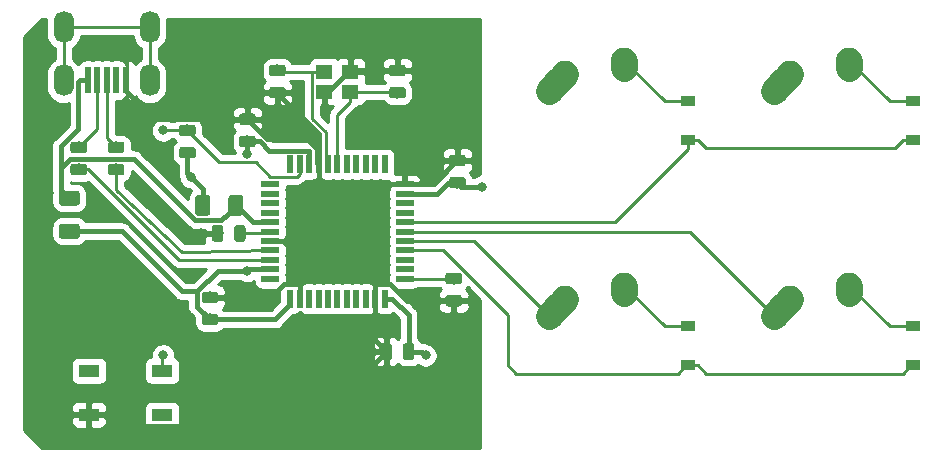
<source format=gbr>
G04 #@! TF.GenerationSoftware,KiCad,Pcbnew,(5.1.4)-1*
G04 #@! TF.CreationDate,2022-05-22T19:09:44+08:00*
G04 #@! TF.ProjectId,keyboard-pcb-tutorial,6b657962-6f61-4726-942d-7063622d7475,rev?*
G04 #@! TF.SameCoordinates,Original*
G04 #@! TF.FileFunction,Copper,L2,Bot*
G04 #@! TF.FilePolarity,Positive*
%FSLAX46Y46*%
G04 Gerber Fmt 4.6, Leading zero omitted, Abs format (unit mm)*
G04 Created by KiCad (PCBNEW (5.1.4)-1) date 2022-05-22 19:09:44*
%MOMM*%
%LPD*%
G04 APERTURE LIST*
%ADD10C,0.100000*%
%ADD11C,0.975000*%
%ADD12C,2.250000*%
%ADD13C,2.250000*%
%ADD14C,1.250000*%
%ADD15R,1.400000X1.200000*%
%ADD16O,1.700000X2.700000*%
%ADD17R,0.500000X2.250000*%
%ADD18R,0.550000X1.500000*%
%ADD19R,1.500000X0.550000*%
%ADD20R,1.800000X1.100000*%
%ADD21R,1.200000X0.900000*%
%ADD22C,0.800000*%
%ADD23C,0.381000*%
%ADD24C,0.254000*%
G04 APERTURE END LIST*
D10*
G36*
X110811392Y-91444924D02*
G01*
X110835053Y-91448434D01*
X110858257Y-91454246D01*
X110880779Y-91462304D01*
X110902403Y-91472532D01*
X110922920Y-91484829D01*
X110942133Y-91499079D01*
X110959857Y-91515143D01*
X110975921Y-91532867D01*
X110990171Y-91552080D01*
X111002468Y-91572597D01*
X111012696Y-91594221D01*
X111020754Y-91616743D01*
X111026566Y-91639947D01*
X111030076Y-91663608D01*
X111031250Y-91687500D01*
X111031250Y-92175000D01*
X111030076Y-92198892D01*
X111026566Y-92222553D01*
X111020754Y-92245757D01*
X111012696Y-92268279D01*
X111002468Y-92289903D01*
X110990171Y-92310420D01*
X110975921Y-92329633D01*
X110959857Y-92347357D01*
X110942133Y-92363421D01*
X110922920Y-92377671D01*
X110902403Y-92389968D01*
X110880779Y-92400196D01*
X110858257Y-92408254D01*
X110835053Y-92414066D01*
X110811392Y-92417576D01*
X110787500Y-92418750D01*
X109875000Y-92418750D01*
X109851108Y-92417576D01*
X109827447Y-92414066D01*
X109804243Y-92408254D01*
X109781721Y-92400196D01*
X109760097Y-92389968D01*
X109739580Y-92377671D01*
X109720367Y-92363421D01*
X109702643Y-92347357D01*
X109686579Y-92329633D01*
X109672329Y-92310420D01*
X109660032Y-92289903D01*
X109649804Y-92268279D01*
X109641746Y-92245757D01*
X109635934Y-92222553D01*
X109632424Y-92198892D01*
X109631250Y-92175000D01*
X109631250Y-91687500D01*
X109632424Y-91663608D01*
X109635934Y-91639947D01*
X109641746Y-91616743D01*
X109649804Y-91594221D01*
X109660032Y-91572597D01*
X109672329Y-91552080D01*
X109686579Y-91532867D01*
X109702643Y-91515143D01*
X109720367Y-91499079D01*
X109739580Y-91484829D01*
X109760097Y-91472532D01*
X109781721Y-91462304D01*
X109804243Y-91454246D01*
X109827447Y-91448434D01*
X109851108Y-91444924D01*
X109875000Y-91443750D01*
X110787500Y-91443750D01*
X110811392Y-91444924D01*
X110811392Y-91444924D01*
G37*
D11*
X110331250Y-91931250D03*
D10*
G36*
X110811392Y-93319924D02*
G01*
X110835053Y-93323434D01*
X110858257Y-93329246D01*
X110880779Y-93337304D01*
X110902403Y-93347532D01*
X110922920Y-93359829D01*
X110942133Y-93374079D01*
X110959857Y-93390143D01*
X110975921Y-93407867D01*
X110990171Y-93427080D01*
X111002468Y-93447597D01*
X111012696Y-93469221D01*
X111020754Y-93491743D01*
X111026566Y-93514947D01*
X111030076Y-93538608D01*
X111031250Y-93562500D01*
X111031250Y-94050000D01*
X111030076Y-94073892D01*
X111026566Y-94097553D01*
X111020754Y-94120757D01*
X111012696Y-94143279D01*
X111002468Y-94164903D01*
X110990171Y-94185420D01*
X110975921Y-94204633D01*
X110959857Y-94222357D01*
X110942133Y-94238421D01*
X110922920Y-94252671D01*
X110902403Y-94264968D01*
X110880779Y-94275196D01*
X110858257Y-94283254D01*
X110835053Y-94289066D01*
X110811392Y-94292576D01*
X110787500Y-94293750D01*
X109875000Y-94293750D01*
X109851108Y-94292576D01*
X109827447Y-94289066D01*
X109804243Y-94283254D01*
X109781721Y-94275196D01*
X109760097Y-94264968D01*
X109739580Y-94252671D01*
X109720367Y-94238421D01*
X109702643Y-94222357D01*
X109686579Y-94204633D01*
X109672329Y-94185420D01*
X109660032Y-94164903D01*
X109649804Y-94143279D01*
X109641746Y-94120757D01*
X109635934Y-94097553D01*
X109632424Y-94073892D01*
X109631250Y-94050000D01*
X109631250Y-93562500D01*
X109632424Y-93538608D01*
X109635934Y-93514947D01*
X109641746Y-93491743D01*
X109649804Y-93469221D01*
X109660032Y-93447597D01*
X109672329Y-93427080D01*
X109686579Y-93407867D01*
X109702643Y-93390143D01*
X109720367Y-93374079D01*
X109739580Y-93359829D01*
X109760097Y-93347532D01*
X109781721Y-93337304D01*
X109804243Y-93329246D01*
X109827447Y-93323434D01*
X109851108Y-93319924D01*
X109875000Y-93318750D01*
X110787500Y-93318750D01*
X110811392Y-93319924D01*
X110811392Y-93319924D01*
G37*
D11*
X110331250Y-93806250D03*
D12*
X137200000Y-107125000D03*
X136545001Y-107855000D03*
D13*
X135890000Y-108585000D02*
X137200002Y-107125000D01*
D12*
X142240000Y-106045000D03*
X142220000Y-106335000D03*
D13*
X142200000Y-106625000D02*
X142240000Y-106045000D01*
D10*
G36*
X106949504Y-98344954D02*
G01*
X106973773Y-98348554D01*
X106997571Y-98354515D01*
X107020671Y-98362780D01*
X107042849Y-98373270D01*
X107063893Y-98385883D01*
X107083598Y-98400497D01*
X107101777Y-98416973D01*
X107118253Y-98435152D01*
X107132867Y-98454857D01*
X107145480Y-98475901D01*
X107155970Y-98498079D01*
X107164235Y-98521179D01*
X107170196Y-98544977D01*
X107173796Y-98569246D01*
X107175000Y-98593750D01*
X107175000Y-99843750D01*
X107173796Y-99868254D01*
X107170196Y-99892523D01*
X107164235Y-99916321D01*
X107155970Y-99939421D01*
X107145480Y-99961599D01*
X107132867Y-99982643D01*
X107118253Y-100002348D01*
X107101777Y-100020527D01*
X107083598Y-100037003D01*
X107063893Y-100051617D01*
X107042849Y-100064230D01*
X107020671Y-100074720D01*
X106997571Y-100082985D01*
X106973773Y-100088946D01*
X106949504Y-100092546D01*
X106925000Y-100093750D01*
X106175000Y-100093750D01*
X106150496Y-100092546D01*
X106126227Y-100088946D01*
X106102429Y-100082985D01*
X106079329Y-100074720D01*
X106057151Y-100064230D01*
X106036107Y-100051617D01*
X106016402Y-100037003D01*
X105998223Y-100020527D01*
X105981747Y-100002348D01*
X105967133Y-99982643D01*
X105954520Y-99961599D01*
X105944030Y-99939421D01*
X105935765Y-99916321D01*
X105929804Y-99892523D01*
X105926204Y-99868254D01*
X105925000Y-99843750D01*
X105925000Y-98593750D01*
X105926204Y-98569246D01*
X105929804Y-98544977D01*
X105935765Y-98521179D01*
X105944030Y-98498079D01*
X105954520Y-98475901D01*
X105967133Y-98454857D01*
X105981747Y-98435152D01*
X105998223Y-98416973D01*
X106016402Y-98400497D01*
X106036107Y-98385883D01*
X106057151Y-98373270D01*
X106079329Y-98362780D01*
X106102429Y-98354515D01*
X106126227Y-98348554D01*
X106150496Y-98344954D01*
X106175000Y-98343750D01*
X106925000Y-98343750D01*
X106949504Y-98344954D01*
X106949504Y-98344954D01*
G37*
D14*
X106550000Y-99218750D03*
D10*
G36*
X109749504Y-98344954D02*
G01*
X109773773Y-98348554D01*
X109797571Y-98354515D01*
X109820671Y-98362780D01*
X109842849Y-98373270D01*
X109863893Y-98385883D01*
X109883598Y-98400497D01*
X109901777Y-98416973D01*
X109918253Y-98435152D01*
X109932867Y-98454857D01*
X109945480Y-98475901D01*
X109955970Y-98498079D01*
X109964235Y-98521179D01*
X109970196Y-98544977D01*
X109973796Y-98569246D01*
X109975000Y-98593750D01*
X109975000Y-99843750D01*
X109973796Y-99868254D01*
X109970196Y-99892523D01*
X109964235Y-99916321D01*
X109955970Y-99939421D01*
X109945480Y-99961599D01*
X109932867Y-99982643D01*
X109918253Y-100002348D01*
X109901777Y-100020527D01*
X109883598Y-100037003D01*
X109863893Y-100051617D01*
X109842849Y-100064230D01*
X109820671Y-100074720D01*
X109797571Y-100082985D01*
X109773773Y-100088946D01*
X109749504Y-100092546D01*
X109725000Y-100093750D01*
X108975000Y-100093750D01*
X108950496Y-100092546D01*
X108926227Y-100088946D01*
X108902429Y-100082985D01*
X108879329Y-100074720D01*
X108857151Y-100064230D01*
X108836107Y-100051617D01*
X108816402Y-100037003D01*
X108798223Y-100020527D01*
X108781747Y-100002348D01*
X108767133Y-99982643D01*
X108754520Y-99961599D01*
X108744030Y-99939421D01*
X108735765Y-99916321D01*
X108729804Y-99892523D01*
X108726204Y-99868254D01*
X108725000Y-99843750D01*
X108725000Y-98593750D01*
X108726204Y-98569246D01*
X108729804Y-98544977D01*
X108735765Y-98521179D01*
X108744030Y-98498079D01*
X108754520Y-98475901D01*
X108767133Y-98454857D01*
X108781747Y-98435152D01*
X108798223Y-98416973D01*
X108816402Y-98400497D01*
X108836107Y-98385883D01*
X108857151Y-98373270D01*
X108879329Y-98362780D01*
X108902429Y-98354515D01*
X108926227Y-98348554D01*
X108950496Y-98344954D01*
X108975000Y-98343750D01*
X109725000Y-98343750D01*
X109749504Y-98344954D01*
X109749504Y-98344954D01*
G37*
D14*
X109350000Y-99218750D03*
D10*
G36*
X99698892Y-93826174D02*
G01*
X99722553Y-93829684D01*
X99745757Y-93835496D01*
X99768279Y-93843554D01*
X99789903Y-93853782D01*
X99810420Y-93866079D01*
X99829633Y-93880329D01*
X99847357Y-93896393D01*
X99863421Y-93914117D01*
X99877671Y-93933330D01*
X99889968Y-93953847D01*
X99900196Y-93975471D01*
X99908254Y-93997993D01*
X99914066Y-94021197D01*
X99917576Y-94044858D01*
X99918750Y-94068750D01*
X99918750Y-94556250D01*
X99917576Y-94580142D01*
X99914066Y-94603803D01*
X99908254Y-94627007D01*
X99900196Y-94649529D01*
X99889968Y-94671153D01*
X99877671Y-94691670D01*
X99863421Y-94710883D01*
X99847357Y-94728607D01*
X99829633Y-94744671D01*
X99810420Y-94758921D01*
X99789903Y-94771218D01*
X99768279Y-94781446D01*
X99745757Y-94789504D01*
X99722553Y-94795316D01*
X99698892Y-94798826D01*
X99675000Y-94800000D01*
X98762500Y-94800000D01*
X98738608Y-94798826D01*
X98714947Y-94795316D01*
X98691743Y-94789504D01*
X98669221Y-94781446D01*
X98647597Y-94771218D01*
X98627080Y-94758921D01*
X98607867Y-94744671D01*
X98590143Y-94728607D01*
X98574079Y-94710883D01*
X98559829Y-94691670D01*
X98547532Y-94671153D01*
X98537304Y-94649529D01*
X98529246Y-94627007D01*
X98523434Y-94603803D01*
X98519924Y-94580142D01*
X98518750Y-94556250D01*
X98518750Y-94068750D01*
X98519924Y-94044858D01*
X98523434Y-94021197D01*
X98529246Y-93997993D01*
X98537304Y-93975471D01*
X98547532Y-93953847D01*
X98559829Y-93933330D01*
X98574079Y-93914117D01*
X98590143Y-93896393D01*
X98607867Y-93880329D01*
X98627080Y-93866079D01*
X98647597Y-93853782D01*
X98669221Y-93843554D01*
X98691743Y-93835496D01*
X98714947Y-93829684D01*
X98738608Y-93826174D01*
X98762500Y-93825000D01*
X99675000Y-93825000D01*
X99698892Y-93826174D01*
X99698892Y-93826174D01*
G37*
D11*
X99218750Y-94312500D03*
D10*
G36*
X99698892Y-95701174D02*
G01*
X99722553Y-95704684D01*
X99745757Y-95710496D01*
X99768279Y-95718554D01*
X99789903Y-95728782D01*
X99810420Y-95741079D01*
X99829633Y-95755329D01*
X99847357Y-95771393D01*
X99863421Y-95789117D01*
X99877671Y-95808330D01*
X99889968Y-95828847D01*
X99900196Y-95850471D01*
X99908254Y-95872993D01*
X99914066Y-95896197D01*
X99917576Y-95919858D01*
X99918750Y-95943750D01*
X99918750Y-96431250D01*
X99917576Y-96455142D01*
X99914066Y-96478803D01*
X99908254Y-96502007D01*
X99900196Y-96524529D01*
X99889968Y-96546153D01*
X99877671Y-96566670D01*
X99863421Y-96585883D01*
X99847357Y-96603607D01*
X99829633Y-96619671D01*
X99810420Y-96633921D01*
X99789903Y-96646218D01*
X99768279Y-96656446D01*
X99745757Y-96664504D01*
X99722553Y-96670316D01*
X99698892Y-96673826D01*
X99675000Y-96675000D01*
X98762500Y-96675000D01*
X98738608Y-96673826D01*
X98714947Y-96670316D01*
X98691743Y-96664504D01*
X98669221Y-96656446D01*
X98647597Y-96646218D01*
X98627080Y-96633921D01*
X98607867Y-96619671D01*
X98590143Y-96603607D01*
X98574079Y-96585883D01*
X98559829Y-96566670D01*
X98547532Y-96546153D01*
X98537304Y-96524529D01*
X98529246Y-96502007D01*
X98523434Y-96478803D01*
X98519924Y-96455142D01*
X98518750Y-96431250D01*
X98518750Y-95943750D01*
X98519924Y-95919858D01*
X98523434Y-95896197D01*
X98529246Y-95872993D01*
X98537304Y-95850471D01*
X98547532Y-95828847D01*
X98559829Y-95808330D01*
X98574079Y-95789117D01*
X98590143Y-95771393D01*
X98607867Y-95755329D01*
X98627080Y-95741079D01*
X98647597Y-95728782D01*
X98669221Y-95718554D01*
X98691743Y-95710496D01*
X98714947Y-95704684D01*
X98738608Y-95701174D01*
X98762500Y-95700000D01*
X99675000Y-95700000D01*
X99698892Y-95701174D01*
X99698892Y-95701174D01*
G37*
D11*
X99218750Y-96187500D03*
D15*
X119051250Y-87891250D03*
X116851250Y-87891250D03*
X116851250Y-89591250D03*
X119051250Y-89591250D03*
D16*
X94775000Y-84137500D03*
X102075000Y-84137500D03*
X102075000Y-88637500D03*
X94775000Y-88637500D03*
D17*
X96825000Y-88637500D03*
X97625000Y-88637500D03*
X98425000Y-88637500D03*
X99225000Y-88637500D03*
X100025000Y-88637500D03*
D18*
X113951250Y-107141250D03*
X114751250Y-107141250D03*
X115551250Y-107141250D03*
X116351250Y-107141250D03*
X117151250Y-107141250D03*
X117951250Y-107141250D03*
X118751250Y-107141250D03*
X119551250Y-107141250D03*
X120351250Y-107141250D03*
X121151250Y-107141250D03*
X121951250Y-107141250D03*
D19*
X123651250Y-105441250D03*
X123651250Y-104641250D03*
X123651250Y-103841250D03*
X123651250Y-103041250D03*
X123651250Y-102241250D03*
X123651250Y-101441250D03*
X123651250Y-100641250D03*
X123651250Y-99841250D03*
X123651250Y-99041250D03*
X123651250Y-98241250D03*
X123651250Y-97441250D03*
D18*
X121951250Y-95741250D03*
X121151250Y-95741250D03*
X120351250Y-95741250D03*
X119551250Y-95741250D03*
X118751250Y-95741250D03*
X117951250Y-95741250D03*
X117151250Y-95741250D03*
X116351250Y-95741250D03*
X115551250Y-95741250D03*
X114751250Y-95741250D03*
X113951250Y-95741250D03*
D19*
X112251250Y-97441250D03*
X112251250Y-98241250D03*
X112251250Y-99041250D03*
X112251250Y-99841250D03*
X112251250Y-100641250D03*
X112251250Y-101441250D03*
X112251250Y-102241250D03*
X112251250Y-103041250D03*
X112251250Y-103841250D03*
X112251250Y-104641250D03*
X112251250Y-105441250D03*
D20*
X103112500Y-116943750D03*
X96912500Y-113243750D03*
X103112500Y-113243750D03*
X96912500Y-116943750D03*
D10*
G36*
X128273892Y-104938674D02*
G01*
X128297553Y-104942184D01*
X128320757Y-104947996D01*
X128343279Y-104956054D01*
X128364903Y-104966282D01*
X128385420Y-104978579D01*
X128404633Y-104992829D01*
X128422357Y-105008893D01*
X128438421Y-105026617D01*
X128452671Y-105045830D01*
X128464968Y-105066347D01*
X128475196Y-105087971D01*
X128483254Y-105110493D01*
X128489066Y-105133697D01*
X128492576Y-105157358D01*
X128493750Y-105181250D01*
X128493750Y-105668750D01*
X128492576Y-105692642D01*
X128489066Y-105716303D01*
X128483254Y-105739507D01*
X128475196Y-105762029D01*
X128464968Y-105783653D01*
X128452671Y-105804170D01*
X128438421Y-105823383D01*
X128422357Y-105841107D01*
X128404633Y-105857171D01*
X128385420Y-105871421D01*
X128364903Y-105883718D01*
X128343279Y-105893946D01*
X128320757Y-105902004D01*
X128297553Y-105907816D01*
X128273892Y-105911326D01*
X128250000Y-105912500D01*
X127337500Y-105912500D01*
X127313608Y-105911326D01*
X127289947Y-105907816D01*
X127266743Y-105902004D01*
X127244221Y-105893946D01*
X127222597Y-105883718D01*
X127202080Y-105871421D01*
X127182867Y-105857171D01*
X127165143Y-105841107D01*
X127149079Y-105823383D01*
X127134829Y-105804170D01*
X127122532Y-105783653D01*
X127112304Y-105762029D01*
X127104246Y-105739507D01*
X127098434Y-105716303D01*
X127094924Y-105692642D01*
X127093750Y-105668750D01*
X127093750Y-105181250D01*
X127094924Y-105157358D01*
X127098434Y-105133697D01*
X127104246Y-105110493D01*
X127112304Y-105087971D01*
X127122532Y-105066347D01*
X127134829Y-105045830D01*
X127149079Y-105026617D01*
X127165143Y-105008893D01*
X127182867Y-104992829D01*
X127202080Y-104978579D01*
X127222597Y-104966282D01*
X127244221Y-104956054D01*
X127266743Y-104947996D01*
X127289947Y-104942184D01*
X127313608Y-104938674D01*
X127337500Y-104937500D01*
X128250000Y-104937500D01*
X128273892Y-104938674D01*
X128273892Y-104938674D01*
G37*
D11*
X127793750Y-105425000D03*
D10*
G36*
X128273892Y-106813674D02*
G01*
X128297553Y-106817184D01*
X128320757Y-106822996D01*
X128343279Y-106831054D01*
X128364903Y-106841282D01*
X128385420Y-106853579D01*
X128404633Y-106867829D01*
X128422357Y-106883893D01*
X128438421Y-106901617D01*
X128452671Y-106920830D01*
X128464968Y-106941347D01*
X128475196Y-106962971D01*
X128483254Y-106985493D01*
X128489066Y-107008697D01*
X128492576Y-107032358D01*
X128493750Y-107056250D01*
X128493750Y-107543750D01*
X128492576Y-107567642D01*
X128489066Y-107591303D01*
X128483254Y-107614507D01*
X128475196Y-107637029D01*
X128464968Y-107658653D01*
X128452671Y-107679170D01*
X128438421Y-107698383D01*
X128422357Y-107716107D01*
X128404633Y-107732171D01*
X128385420Y-107746421D01*
X128364903Y-107758718D01*
X128343279Y-107768946D01*
X128320757Y-107777004D01*
X128297553Y-107782816D01*
X128273892Y-107786326D01*
X128250000Y-107787500D01*
X127337500Y-107787500D01*
X127313608Y-107786326D01*
X127289947Y-107782816D01*
X127266743Y-107777004D01*
X127244221Y-107768946D01*
X127222597Y-107758718D01*
X127202080Y-107746421D01*
X127182867Y-107732171D01*
X127165143Y-107716107D01*
X127149079Y-107698383D01*
X127134829Y-107679170D01*
X127122532Y-107658653D01*
X127112304Y-107637029D01*
X127104246Y-107614507D01*
X127098434Y-107591303D01*
X127094924Y-107567642D01*
X127093750Y-107543750D01*
X127093750Y-107056250D01*
X127094924Y-107032358D01*
X127098434Y-107008697D01*
X127104246Y-106985493D01*
X127112304Y-106962971D01*
X127122532Y-106941347D01*
X127134829Y-106920830D01*
X127149079Y-106901617D01*
X127165143Y-106883893D01*
X127182867Y-106867829D01*
X127202080Y-106853579D01*
X127222597Y-106841282D01*
X127244221Y-106831054D01*
X127266743Y-106822996D01*
X127289947Y-106817184D01*
X127313608Y-106813674D01*
X127337500Y-106812500D01*
X128250000Y-106812500D01*
X128273892Y-106813674D01*
X128273892Y-106813674D01*
G37*
D11*
X127793750Y-107300000D03*
D10*
G36*
X96523892Y-93826174D02*
G01*
X96547553Y-93829684D01*
X96570757Y-93835496D01*
X96593279Y-93843554D01*
X96614903Y-93853782D01*
X96635420Y-93866079D01*
X96654633Y-93880329D01*
X96672357Y-93896393D01*
X96688421Y-93914117D01*
X96702671Y-93933330D01*
X96714968Y-93953847D01*
X96725196Y-93975471D01*
X96733254Y-93997993D01*
X96739066Y-94021197D01*
X96742576Y-94044858D01*
X96743750Y-94068750D01*
X96743750Y-94556250D01*
X96742576Y-94580142D01*
X96739066Y-94603803D01*
X96733254Y-94627007D01*
X96725196Y-94649529D01*
X96714968Y-94671153D01*
X96702671Y-94691670D01*
X96688421Y-94710883D01*
X96672357Y-94728607D01*
X96654633Y-94744671D01*
X96635420Y-94758921D01*
X96614903Y-94771218D01*
X96593279Y-94781446D01*
X96570757Y-94789504D01*
X96547553Y-94795316D01*
X96523892Y-94798826D01*
X96500000Y-94800000D01*
X95587500Y-94800000D01*
X95563608Y-94798826D01*
X95539947Y-94795316D01*
X95516743Y-94789504D01*
X95494221Y-94781446D01*
X95472597Y-94771218D01*
X95452080Y-94758921D01*
X95432867Y-94744671D01*
X95415143Y-94728607D01*
X95399079Y-94710883D01*
X95384829Y-94691670D01*
X95372532Y-94671153D01*
X95362304Y-94649529D01*
X95354246Y-94627007D01*
X95348434Y-94603803D01*
X95344924Y-94580142D01*
X95343750Y-94556250D01*
X95343750Y-94068750D01*
X95344924Y-94044858D01*
X95348434Y-94021197D01*
X95354246Y-93997993D01*
X95362304Y-93975471D01*
X95372532Y-93953847D01*
X95384829Y-93933330D01*
X95399079Y-93914117D01*
X95415143Y-93896393D01*
X95432867Y-93880329D01*
X95452080Y-93866079D01*
X95472597Y-93853782D01*
X95494221Y-93843554D01*
X95516743Y-93835496D01*
X95539947Y-93829684D01*
X95563608Y-93826174D01*
X95587500Y-93825000D01*
X96500000Y-93825000D01*
X96523892Y-93826174D01*
X96523892Y-93826174D01*
G37*
D11*
X96043750Y-94312500D03*
D10*
G36*
X96523892Y-95701174D02*
G01*
X96547553Y-95704684D01*
X96570757Y-95710496D01*
X96593279Y-95718554D01*
X96614903Y-95728782D01*
X96635420Y-95741079D01*
X96654633Y-95755329D01*
X96672357Y-95771393D01*
X96688421Y-95789117D01*
X96702671Y-95808330D01*
X96714968Y-95828847D01*
X96725196Y-95850471D01*
X96733254Y-95872993D01*
X96739066Y-95896197D01*
X96742576Y-95919858D01*
X96743750Y-95943750D01*
X96743750Y-96431250D01*
X96742576Y-96455142D01*
X96739066Y-96478803D01*
X96733254Y-96502007D01*
X96725196Y-96524529D01*
X96714968Y-96546153D01*
X96702671Y-96566670D01*
X96688421Y-96585883D01*
X96672357Y-96603607D01*
X96654633Y-96619671D01*
X96635420Y-96633921D01*
X96614903Y-96646218D01*
X96593279Y-96656446D01*
X96570757Y-96664504D01*
X96547553Y-96670316D01*
X96523892Y-96673826D01*
X96500000Y-96675000D01*
X95587500Y-96675000D01*
X95563608Y-96673826D01*
X95539947Y-96670316D01*
X95516743Y-96664504D01*
X95494221Y-96656446D01*
X95472597Y-96646218D01*
X95452080Y-96633921D01*
X95432867Y-96619671D01*
X95415143Y-96603607D01*
X95399079Y-96585883D01*
X95384829Y-96566670D01*
X95372532Y-96546153D01*
X95362304Y-96524529D01*
X95354246Y-96502007D01*
X95348434Y-96478803D01*
X95344924Y-96455142D01*
X95343750Y-96431250D01*
X95343750Y-95943750D01*
X95344924Y-95919858D01*
X95348434Y-95896197D01*
X95354246Y-95872993D01*
X95362304Y-95850471D01*
X95372532Y-95828847D01*
X95384829Y-95808330D01*
X95399079Y-95789117D01*
X95415143Y-95771393D01*
X95432867Y-95755329D01*
X95452080Y-95741079D01*
X95472597Y-95728782D01*
X95494221Y-95718554D01*
X95516743Y-95710496D01*
X95539947Y-95704684D01*
X95563608Y-95701174D01*
X95587500Y-95700000D01*
X96500000Y-95700000D01*
X96523892Y-95701174D01*
X96523892Y-95701174D01*
G37*
D11*
X96043750Y-96187500D03*
D10*
G36*
X105731392Y-92397424D02*
G01*
X105755053Y-92400934D01*
X105778257Y-92406746D01*
X105800779Y-92414804D01*
X105822403Y-92425032D01*
X105842920Y-92437329D01*
X105862133Y-92451579D01*
X105879857Y-92467643D01*
X105895921Y-92485367D01*
X105910171Y-92504580D01*
X105922468Y-92525097D01*
X105932696Y-92546721D01*
X105940754Y-92569243D01*
X105946566Y-92592447D01*
X105950076Y-92616108D01*
X105951250Y-92640000D01*
X105951250Y-93127500D01*
X105950076Y-93151392D01*
X105946566Y-93175053D01*
X105940754Y-93198257D01*
X105932696Y-93220779D01*
X105922468Y-93242403D01*
X105910171Y-93262920D01*
X105895921Y-93282133D01*
X105879857Y-93299857D01*
X105862133Y-93315921D01*
X105842920Y-93330171D01*
X105822403Y-93342468D01*
X105800779Y-93352696D01*
X105778257Y-93360754D01*
X105755053Y-93366566D01*
X105731392Y-93370076D01*
X105707500Y-93371250D01*
X104795000Y-93371250D01*
X104771108Y-93370076D01*
X104747447Y-93366566D01*
X104724243Y-93360754D01*
X104701721Y-93352696D01*
X104680097Y-93342468D01*
X104659580Y-93330171D01*
X104640367Y-93315921D01*
X104622643Y-93299857D01*
X104606579Y-93282133D01*
X104592329Y-93262920D01*
X104580032Y-93242403D01*
X104569804Y-93220779D01*
X104561746Y-93198257D01*
X104555934Y-93175053D01*
X104552424Y-93151392D01*
X104551250Y-93127500D01*
X104551250Y-92640000D01*
X104552424Y-92616108D01*
X104555934Y-92592447D01*
X104561746Y-92569243D01*
X104569804Y-92546721D01*
X104580032Y-92525097D01*
X104592329Y-92504580D01*
X104606579Y-92485367D01*
X104622643Y-92467643D01*
X104640367Y-92451579D01*
X104659580Y-92437329D01*
X104680097Y-92425032D01*
X104701721Y-92414804D01*
X104724243Y-92406746D01*
X104747447Y-92400934D01*
X104771108Y-92397424D01*
X104795000Y-92396250D01*
X105707500Y-92396250D01*
X105731392Y-92397424D01*
X105731392Y-92397424D01*
G37*
D11*
X105251250Y-92883750D03*
D10*
G36*
X105731392Y-94272424D02*
G01*
X105755053Y-94275934D01*
X105778257Y-94281746D01*
X105800779Y-94289804D01*
X105822403Y-94300032D01*
X105842920Y-94312329D01*
X105862133Y-94326579D01*
X105879857Y-94342643D01*
X105895921Y-94360367D01*
X105910171Y-94379580D01*
X105922468Y-94400097D01*
X105932696Y-94421721D01*
X105940754Y-94444243D01*
X105946566Y-94467447D01*
X105950076Y-94491108D01*
X105951250Y-94515000D01*
X105951250Y-95002500D01*
X105950076Y-95026392D01*
X105946566Y-95050053D01*
X105940754Y-95073257D01*
X105932696Y-95095779D01*
X105922468Y-95117403D01*
X105910171Y-95137920D01*
X105895921Y-95157133D01*
X105879857Y-95174857D01*
X105862133Y-95190921D01*
X105842920Y-95205171D01*
X105822403Y-95217468D01*
X105800779Y-95227696D01*
X105778257Y-95235754D01*
X105755053Y-95241566D01*
X105731392Y-95245076D01*
X105707500Y-95246250D01*
X104795000Y-95246250D01*
X104771108Y-95245076D01*
X104747447Y-95241566D01*
X104724243Y-95235754D01*
X104701721Y-95227696D01*
X104680097Y-95217468D01*
X104659580Y-95205171D01*
X104640367Y-95190921D01*
X104622643Y-95174857D01*
X104606579Y-95157133D01*
X104592329Y-95137920D01*
X104580032Y-95117403D01*
X104569804Y-95095779D01*
X104561746Y-95073257D01*
X104555934Y-95050053D01*
X104552424Y-95026392D01*
X104551250Y-95002500D01*
X104551250Y-94515000D01*
X104552424Y-94491108D01*
X104555934Y-94467447D01*
X104561746Y-94444243D01*
X104569804Y-94421721D01*
X104580032Y-94400097D01*
X104592329Y-94379580D01*
X104606579Y-94360367D01*
X104622643Y-94342643D01*
X104640367Y-94326579D01*
X104659580Y-94312329D01*
X104680097Y-94300032D01*
X104701721Y-94289804D01*
X104724243Y-94281746D01*
X104747447Y-94275934D01*
X104771108Y-94272424D01*
X104795000Y-94271250D01*
X105707500Y-94271250D01*
X105731392Y-94272424D01*
X105731392Y-94272424D01*
G37*
D11*
X105251250Y-94758750D03*
D12*
X156250000Y-107125000D03*
X155595001Y-107855000D03*
D13*
X154940000Y-108585000D02*
X156250002Y-107125000D01*
D12*
X161290000Y-106045000D03*
X161270000Y-106335000D03*
D13*
X161250000Y-106625000D02*
X161290000Y-106045000D01*
D12*
X156250000Y-88075000D03*
X155595001Y-88805000D03*
D13*
X154940000Y-89535000D02*
X156250002Y-88075000D01*
D12*
X161290000Y-86995000D03*
X161270000Y-87285000D03*
D13*
X161250000Y-87575000D02*
X161290000Y-86995000D01*
D12*
X137200000Y-88075000D03*
X136545001Y-88805000D03*
D13*
X135890000Y-89535000D02*
X137200002Y-88075000D01*
D12*
X142240000Y-86995000D03*
X142220000Y-87285000D03*
D13*
X142200000Y-87575000D02*
X142240000Y-86995000D01*
D10*
G36*
X95899504Y-97988704D02*
G01*
X95923773Y-97992304D01*
X95947571Y-97998265D01*
X95970671Y-98006530D01*
X95992849Y-98017020D01*
X96013893Y-98029633D01*
X96033598Y-98044247D01*
X96051777Y-98060723D01*
X96068253Y-98078902D01*
X96082867Y-98098607D01*
X96095480Y-98119651D01*
X96105970Y-98141829D01*
X96114235Y-98164929D01*
X96120196Y-98188727D01*
X96123796Y-98212996D01*
X96125000Y-98237500D01*
X96125000Y-98987500D01*
X96123796Y-99012004D01*
X96120196Y-99036273D01*
X96114235Y-99060071D01*
X96105970Y-99083171D01*
X96095480Y-99105349D01*
X96082867Y-99126393D01*
X96068253Y-99146098D01*
X96051777Y-99164277D01*
X96033598Y-99180753D01*
X96013893Y-99195367D01*
X95992849Y-99207980D01*
X95970671Y-99218470D01*
X95947571Y-99226735D01*
X95923773Y-99232696D01*
X95899504Y-99236296D01*
X95875000Y-99237500D01*
X94625000Y-99237500D01*
X94600496Y-99236296D01*
X94576227Y-99232696D01*
X94552429Y-99226735D01*
X94529329Y-99218470D01*
X94507151Y-99207980D01*
X94486107Y-99195367D01*
X94466402Y-99180753D01*
X94448223Y-99164277D01*
X94431747Y-99146098D01*
X94417133Y-99126393D01*
X94404520Y-99105349D01*
X94394030Y-99083171D01*
X94385765Y-99060071D01*
X94379804Y-99036273D01*
X94376204Y-99012004D01*
X94375000Y-98987500D01*
X94375000Y-98237500D01*
X94376204Y-98212996D01*
X94379804Y-98188727D01*
X94385765Y-98164929D01*
X94394030Y-98141829D01*
X94404520Y-98119651D01*
X94417133Y-98098607D01*
X94431747Y-98078902D01*
X94448223Y-98060723D01*
X94466402Y-98044247D01*
X94486107Y-98029633D01*
X94507151Y-98017020D01*
X94529329Y-98006530D01*
X94552429Y-97998265D01*
X94576227Y-97992304D01*
X94600496Y-97988704D01*
X94625000Y-97987500D01*
X95875000Y-97987500D01*
X95899504Y-97988704D01*
X95899504Y-97988704D01*
G37*
D14*
X95250000Y-98612500D03*
D10*
G36*
X95899504Y-100788704D02*
G01*
X95923773Y-100792304D01*
X95947571Y-100798265D01*
X95970671Y-100806530D01*
X95992849Y-100817020D01*
X96013893Y-100829633D01*
X96033598Y-100844247D01*
X96051777Y-100860723D01*
X96068253Y-100878902D01*
X96082867Y-100898607D01*
X96095480Y-100919651D01*
X96105970Y-100941829D01*
X96114235Y-100964929D01*
X96120196Y-100988727D01*
X96123796Y-101012996D01*
X96125000Y-101037500D01*
X96125000Y-101787500D01*
X96123796Y-101812004D01*
X96120196Y-101836273D01*
X96114235Y-101860071D01*
X96105970Y-101883171D01*
X96095480Y-101905349D01*
X96082867Y-101926393D01*
X96068253Y-101946098D01*
X96051777Y-101964277D01*
X96033598Y-101980753D01*
X96013893Y-101995367D01*
X95992849Y-102007980D01*
X95970671Y-102018470D01*
X95947571Y-102026735D01*
X95923773Y-102032696D01*
X95899504Y-102036296D01*
X95875000Y-102037500D01*
X94625000Y-102037500D01*
X94600496Y-102036296D01*
X94576227Y-102032696D01*
X94552429Y-102026735D01*
X94529329Y-102018470D01*
X94507151Y-102007980D01*
X94486107Y-101995367D01*
X94466402Y-101980753D01*
X94448223Y-101964277D01*
X94431747Y-101946098D01*
X94417133Y-101926393D01*
X94404520Y-101905349D01*
X94394030Y-101883171D01*
X94385765Y-101860071D01*
X94379804Y-101836273D01*
X94376204Y-101812004D01*
X94375000Y-101787500D01*
X94375000Y-101037500D01*
X94376204Y-101012996D01*
X94379804Y-100988727D01*
X94385765Y-100964929D01*
X94394030Y-100941829D01*
X94404520Y-100919651D01*
X94417133Y-100898607D01*
X94431747Y-100878902D01*
X94448223Y-100860723D01*
X94466402Y-100844247D01*
X94486107Y-100829633D01*
X94507151Y-100817020D01*
X94529329Y-100806530D01*
X94552429Y-100798265D01*
X94576227Y-100792304D01*
X94600496Y-100788704D01*
X94625000Y-100787500D01*
X95875000Y-100787500D01*
X95899504Y-100788704D01*
X95899504Y-100788704D01*
G37*
D14*
X95250000Y-101412500D03*
D21*
X166687500Y-109475000D03*
X166687500Y-112775000D03*
X147637500Y-109475000D03*
X147637500Y-112775000D03*
X166687500Y-90425000D03*
X166687500Y-93725000D03*
X147637500Y-90425000D03*
X147637500Y-93725000D03*
D10*
G36*
X107636392Y-106526174D02*
G01*
X107660053Y-106529684D01*
X107683257Y-106535496D01*
X107705779Y-106543554D01*
X107727403Y-106553782D01*
X107747920Y-106566079D01*
X107767133Y-106580329D01*
X107784857Y-106596393D01*
X107800921Y-106614117D01*
X107815171Y-106633330D01*
X107827468Y-106653847D01*
X107837696Y-106675471D01*
X107845754Y-106697993D01*
X107851566Y-106721197D01*
X107855076Y-106744858D01*
X107856250Y-106768750D01*
X107856250Y-107256250D01*
X107855076Y-107280142D01*
X107851566Y-107303803D01*
X107845754Y-107327007D01*
X107837696Y-107349529D01*
X107827468Y-107371153D01*
X107815171Y-107391670D01*
X107800921Y-107410883D01*
X107784857Y-107428607D01*
X107767133Y-107444671D01*
X107747920Y-107458921D01*
X107727403Y-107471218D01*
X107705779Y-107481446D01*
X107683257Y-107489504D01*
X107660053Y-107495316D01*
X107636392Y-107498826D01*
X107612500Y-107500000D01*
X106700000Y-107500000D01*
X106676108Y-107498826D01*
X106652447Y-107495316D01*
X106629243Y-107489504D01*
X106606721Y-107481446D01*
X106585097Y-107471218D01*
X106564580Y-107458921D01*
X106545367Y-107444671D01*
X106527643Y-107428607D01*
X106511579Y-107410883D01*
X106497329Y-107391670D01*
X106485032Y-107371153D01*
X106474804Y-107349529D01*
X106466746Y-107327007D01*
X106460934Y-107303803D01*
X106457424Y-107280142D01*
X106456250Y-107256250D01*
X106456250Y-106768750D01*
X106457424Y-106744858D01*
X106460934Y-106721197D01*
X106466746Y-106697993D01*
X106474804Y-106675471D01*
X106485032Y-106653847D01*
X106497329Y-106633330D01*
X106511579Y-106614117D01*
X106527643Y-106596393D01*
X106545367Y-106580329D01*
X106564580Y-106566079D01*
X106585097Y-106553782D01*
X106606721Y-106543554D01*
X106629243Y-106535496D01*
X106652447Y-106529684D01*
X106676108Y-106526174D01*
X106700000Y-106525000D01*
X107612500Y-106525000D01*
X107636392Y-106526174D01*
X107636392Y-106526174D01*
G37*
D11*
X107156250Y-107012500D03*
D10*
G36*
X107636392Y-108401174D02*
G01*
X107660053Y-108404684D01*
X107683257Y-108410496D01*
X107705779Y-108418554D01*
X107727403Y-108428782D01*
X107747920Y-108441079D01*
X107767133Y-108455329D01*
X107784857Y-108471393D01*
X107800921Y-108489117D01*
X107815171Y-108508330D01*
X107827468Y-108528847D01*
X107837696Y-108550471D01*
X107845754Y-108572993D01*
X107851566Y-108596197D01*
X107855076Y-108619858D01*
X107856250Y-108643750D01*
X107856250Y-109131250D01*
X107855076Y-109155142D01*
X107851566Y-109178803D01*
X107845754Y-109202007D01*
X107837696Y-109224529D01*
X107827468Y-109246153D01*
X107815171Y-109266670D01*
X107800921Y-109285883D01*
X107784857Y-109303607D01*
X107767133Y-109319671D01*
X107747920Y-109333921D01*
X107727403Y-109346218D01*
X107705779Y-109356446D01*
X107683257Y-109364504D01*
X107660053Y-109370316D01*
X107636392Y-109373826D01*
X107612500Y-109375000D01*
X106700000Y-109375000D01*
X106676108Y-109373826D01*
X106652447Y-109370316D01*
X106629243Y-109364504D01*
X106606721Y-109356446D01*
X106585097Y-109346218D01*
X106564580Y-109333921D01*
X106545367Y-109319671D01*
X106527643Y-109303607D01*
X106511579Y-109285883D01*
X106497329Y-109266670D01*
X106485032Y-109246153D01*
X106474804Y-109224529D01*
X106466746Y-109202007D01*
X106460934Y-109178803D01*
X106457424Y-109155142D01*
X106456250Y-109131250D01*
X106456250Y-108643750D01*
X106457424Y-108619858D01*
X106460934Y-108596197D01*
X106466746Y-108572993D01*
X106474804Y-108550471D01*
X106485032Y-108528847D01*
X106497329Y-108508330D01*
X106511579Y-108489117D01*
X106527643Y-108471393D01*
X106545367Y-108455329D01*
X106564580Y-108441079D01*
X106585097Y-108428782D01*
X106606721Y-108418554D01*
X106629243Y-108410496D01*
X106652447Y-108404684D01*
X106676108Y-108401174D01*
X106700000Y-108400000D01*
X107612500Y-108400000D01*
X107636392Y-108401174D01*
X107636392Y-108401174D01*
G37*
D11*
X107156250Y-108887500D03*
D10*
G36*
X122361392Y-110902424D02*
G01*
X122385053Y-110905934D01*
X122408257Y-110911746D01*
X122430779Y-110919804D01*
X122452403Y-110930032D01*
X122472920Y-110942329D01*
X122492133Y-110956579D01*
X122509857Y-110972643D01*
X122525921Y-110990367D01*
X122540171Y-111009580D01*
X122552468Y-111030097D01*
X122562696Y-111051721D01*
X122570754Y-111074243D01*
X122576566Y-111097447D01*
X122580076Y-111121108D01*
X122581250Y-111145000D01*
X122581250Y-112057500D01*
X122580076Y-112081392D01*
X122576566Y-112105053D01*
X122570754Y-112128257D01*
X122562696Y-112150779D01*
X122552468Y-112172403D01*
X122540171Y-112192920D01*
X122525921Y-112212133D01*
X122509857Y-112229857D01*
X122492133Y-112245921D01*
X122472920Y-112260171D01*
X122452403Y-112272468D01*
X122430779Y-112282696D01*
X122408257Y-112290754D01*
X122385053Y-112296566D01*
X122361392Y-112300076D01*
X122337500Y-112301250D01*
X121850000Y-112301250D01*
X121826108Y-112300076D01*
X121802447Y-112296566D01*
X121779243Y-112290754D01*
X121756721Y-112282696D01*
X121735097Y-112272468D01*
X121714580Y-112260171D01*
X121695367Y-112245921D01*
X121677643Y-112229857D01*
X121661579Y-112212133D01*
X121647329Y-112192920D01*
X121635032Y-112172403D01*
X121624804Y-112150779D01*
X121616746Y-112128257D01*
X121610934Y-112105053D01*
X121607424Y-112081392D01*
X121606250Y-112057500D01*
X121606250Y-111145000D01*
X121607424Y-111121108D01*
X121610934Y-111097447D01*
X121616746Y-111074243D01*
X121624804Y-111051721D01*
X121635032Y-111030097D01*
X121647329Y-111009580D01*
X121661579Y-110990367D01*
X121677643Y-110972643D01*
X121695367Y-110956579D01*
X121714580Y-110942329D01*
X121735097Y-110930032D01*
X121756721Y-110919804D01*
X121779243Y-110911746D01*
X121802447Y-110905934D01*
X121826108Y-110902424D01*
X121850000Y-110901250D01*
X122337500Y-110901250D01*
X122361392Y-110902424D01*
X122361392Y-110902424D01*
G37*
D11*
X122093750Y-111601250D03*
D10*
G36*
X124236392Y-110902424D02*
G01*
X124260053Y-110905934D01*
X124283257Y-110911746D01*
X124305779Y-110919804D01*
X124327403Y-110930032D01*
X124347920Y-110942329D01*
X124367133Y-110956579D01*
X124384857Y-110972643D01*
X124400921Y-110990367D01*
X124415171Y-111009580D01*
X124427468Y-111030097D01*
X124437696Y-111051721D01*
X124445754Y-111074243D01*
X124451566Y-111097447D01*
X124455076Y-111121108D01*
X124456250Y-111145000D01*
X124456250Y-112057500D01*
X124455076Y-112081392D01*
X124451566Y-112105053D01*
X124445754Y-112128257D01*
X124437696Y-112150779D01*
X124427468Y-112172403D01*
X124415171Y-112192920D01*
X124400921Y-112212133D01*
X124384857Y-112229857D01*
X124367133Y-112245921D01*
X124347920Y-112260171D01*
X124327403Y-112272468D01*
X124305779Y-112282696D01*
X124283257Y-112290754D01*
X124260053Y-112296566D01*
X124236392Y-112300076D01*
X124212500Y-112301250D01*
X123725000Y-112301250D01*
X123701108Y-112300076D01*
X123677447Y-112296566D01*
X123654243Y-112290754D01*
X123631721Y-112282696D01*
X123610097Y-112272468D01*
X123589580Y-112260171D01*
X123570367Y-112245921D01*
X123552643Y-112229857D01*
X123536579Y-112212133D01*
X123522329Y-112192920D01*
X123510032Y-112172403D01*
X123499804Y-112150779D01*
X123491746Y-112128257D01*
X123485934Y-112105053D01*
X123482424Y-112081392D01*
X123481250Y-112057500D01*
X123481250Y-111145000D01*
X123482424Y-111121108D01*
X123485934Y-111097447D01*
X123491746Y-111074243D01*
X123499804Y-111051721D01*
X123510032Y-111030097D01*
X123522329Y-111009580D01*
X123536579Y-110990367D01*
X123552643Y-110972643D01*
X123570367Y-110956579D01*
X123589580Y-110942329D01*
X123610097Y-110930032D01*
X123631721Y-110919804D01*
X123654243Y-110911746D01*
X123677447Y-110905934D01*
X123701108Y-110902424D01*
X123725000Y-110901250D01*
X124212500Y-110901250D01*
X124236392Y-110902424D01*
X124236392Y-110902424D01*
G37*
D11*
X123968750Y-111601250D03*
D10*
G36*
X128591392Y-94937424D02*
G01*
X128615053Y-94940934D01*
X128638257Y-94946746D01*
X128660779Y-94954804D01*
X128682403Y-94965032D01*
X128702920Y-94977329D01*
X128722133Y-94991579D01*
X128739857Y-95007643D01*
X128755921Y-95025367D01*
X128770171Y-95044580D01*
X128782468Y-95065097D01*
X128792696Y-95086721D01*
X128800754Y-95109243D01*
X128806566Y-95132447D01*
X128810076Y-95156108D01*
X128811250Y-95180000D01*
X128811250Y-95667500D01*
X128810076Y-95691392D01*
X128806566Y-95715053D01*
X128800754Y-95738257D01*
X128792696Y-95760779D01*
X128782468Y-95782403D01*
X128770171Y-95802920D01*
X128755921Y-95822133D01*
X128739857Y-95839857D01*
X128722133Y-95855921D01*
X128702920Y-95870171D01*
X128682403Y-95882468D01*
X128660779Y-95892696D01*
X128638257Y-95900754D01*
X128615053Y-95906566D01*
X128591392Y-95910076D01*
X128567500Y-95911250D01*
X127655000Y-95911250D01*
X127631108Y-95910076D01*
X127607447Y-95906566D01*
X127584243Y-95900754D01*
X127561721Y-95892696D01*
X127540097Y-95882468D01*
X127519580Y-95870171D01*
X127500367Y-95855921D01*
X127482643Y-95839857D01*
X127466579Y-95822133D01*
X127452329Y-95802920D01*
X127440032Y-95782403D01*
X127429804Y-95760779D01*
X127421746Y-95738257D01*
X127415934Y-95715053D01*
X127412424Y-95691392D01*
X127411250Y-95667500D01*
X127411250Y-95180000D01*
X127412424Y-95156108D01*
X127415934Y-95132447D01*
X127421746Y-95109243D01*
X127429804Y-95086721D01*
X127440032Y-95065097D01*
X127452329Y-95044580D01*
X127466579Y-95025367D01*
X127482643Y-95007643D01*
X127500367Y-94991579D01*
X127519580Y-94977329D01*
X127540097Y-94965032D01*
X127561721Y-94954804D01*
X127584243Y-94946746D01*
X127607447Y-94940934D01*
X127631108Y-94937424D01*
X127655000Y-94936250D01*
X128567500Y-94936250D01*
X128591392Y-94937424D01*
X128591392Y-94937424D01*
G37*
D11*
X128111250Y-95423750D03*
D10*
G36*
X128591392Y-96812424D02*
G01*
X128615053Y-96815934D01*
X128638257Y-96821746D01*
X128660779Y-96829804D01*
X128682403Y-96840032D01*
X128702920Y-96852329D01*
X128722133Y-96866579D01*
X128739857Y-96882643D01*
X128755921Y-96900367D01*
X128770171Y-96919580D01*
X128782468Y-96940097D01*
X128792696Y-96961721D01*
X128800754Y-96984243D01*
X128806566Y-97007447D01*
X128810076Y-97031108D01*
X128811250Y-97055000D01*
X128811250Y-97542500D01*
X128810076Y-97566392D01*
X128806566Y-97590053D01*
X128800754Y-97613257D01*
X128792696Y-97635779D01*
X128782468Y-97657403D01*
X128770171Y-97677920D01*
X128755921Y-97697133D01*
X128739857Y-97714857D01*
X128722133Y-97730921D01*
X128702920Y-97745171D01*
X128682403Y-97757468D01*
X128660779Y-97767696D01*
X128638257Y-97775754D01*
X128615053Y-97781566D01*
X128591392Y-97785076D01*
X128567500Y-97786250D01*
X127655000Y-97786250D01*
X127631108Y-97785076D01*
X127607447Y-97781566D01*
X127584243Y-97775754D01*
X127561721Y-97767696D01*
X127540097Y-97757468D01*
X127519580Y-97745171D01*
X127500367Y-97730921D01*
X127482643Y-97714857D01*
X127466579Y-97697133D01*
X127452329Y-97677920D01*
X127440032Y-97657403D01*
X127429804Y-97635779D01*
X127421746Y-97613257D01*
X127415934Y-97590053D01*
X127412424Y-97566392D01*
X127411250Y-97542500D01*
X127411250Y-97055000D01*
X127412424Y-97031108D01*
X127415934Y-97007447D01*
X127421746Y-96984243D01*
X127429804Y-96961721D01*
X127440032Y-96940097D01*
X127452329Y-96919580D01*
X127466579Y-96900367D01*
X127482643Y-96882643D01*
X127500367Y-96866579D01*
X127519580Y-96852329D01*
X127540097Y-96840032D01*
X127561721Y-96829804D01*
X127584243Y-96821746D01*
X127607447Y-96815934D01*
X127631108Y-96812424D01*
X127655000Y-96811250D01*
X128567500Y-96811250D01*
X128591392Y-96812424D01*
X128591392Y-96812424D01*
G37*
D11*
X128111250Y-97298750D03*
D10*
G36*
X108073892Y-100901174D02*
G01*
X108097553Y-100904684D01*
X108120757Y-100910496D01*
X108143279Y-100918554D01*
X108164903Y-100928782D01*
X108185420Y-100941079D01*
X108204633Y-100955329D01*
X108222357Y-100971393D01*
X108238421Y-100989117D01*
X108252671Y-101008330D01*
X108264968Y-101028847D01*
X108275196Y-101050471D01*
X108283254Y-101072993D01*
X108289066Y-101096197D01*
X108292576Y-101119858D01*
X108293750Y-101143750D01*
X108293750Y-102056250D01*
X108292576Y-102080142D01*
X108289066Y-102103803D01*
X108283254Y-102127007D01*
X108275196Y-102149529D01*
X108264968Y-102171153D01*
X108252671Y-102191670D01*
X108238421Y-102210883D01*
X108222357Y-102228607D01*
X108204633Y-102244671D01*
X108185420Y-102258921D01*
X108164903Y-102271218D01*
X108143279Y-102281446D01*
X108120757Y-102289504D01*
X108097553Y-102295316D01*
X108073892Y-102298826D01*
X108050000Y-102300000D01*
X107562500Y-102300000D01*
X107538608Y-102298826D01*
X107514947Y-102295316D01*
X107491743Y-102289504D01*
X107469221Y-102281446D01*
X107447597Y-102271218D01*
X107427080Y-102258921D01*
X107407867Y-102244671D01*
X107390143Y-102228607D01*
X107374079Y-102210883D01*
X107359829Y-102191670D01*
X107347532Y-102171153D01*
X107337304Y-102149529D01*
X107329246Y-102127007D01*
X107323434Y-102103803D01*
X107319924Y-102080142D01*
X107318750Y-102056250D01*
X107318750Y-101143750D01*
X107319924Y-101119858D01*
X107323434Y-101096197D01*
X107329246Y-101072993D01*
X107337304Y-101050471D01*
X107347532Y-101028847D01*
X107359829Y-101008330D01*
X107374079Y-100989117D01*
X107390143Y-100971393D01*
X107407867Y-100955329D01*
X107427080Y-100941079D01*
X107447597Y-100928782D01*
X107469221Y-100918554D01*
X107491743Y-100910496D01*
X107514947Y-100904684D01*
X107538608Y-100901174D01*
X107562500Y-100900000D01*
X108050000Y-100900000D01*
X108073892Y-100901174D01*
X108073892Y-100901174D01*
G37*
D11*
X107806250Y-101600000D03*
D10*
G36*
X109948892Y-100901174D02*
G01*
X109972553Y-100904684D01*
X109995757Y-100910496D01*
X110018279Y-100918554D01*
X110039903Y-100928782D01*
X110060420Y-100941079D01*
X110079633Y-100955329D01*
X110097357Y-100971393D01*
X110113421Y-100989117D01*
X110127671Y-101008330D01*
X110139968Y-101028847D01*
X110150196Y-101050471D01*
X110158254Y-101072993D01*
X110164066Y-101096197D01*
X110167576Y-101119858D01*
X110168750Y-101143750D01*
X110168750Y-102056250D01*
X110167576Y-102080142D01*
X110164066Y-102103803D01*
X110158254Y-102127007D01*
X110150196Y-102149529D01*
X110139968Y-102171153D01*
X110127671Y-102191670D01*
X110113421Y-102210883D01*
X110097357Y-102228607D01*
X110079633Y-102244671D01*
X110060420Y-102258921D01*
X110039903Y-102271218D01*
X110018279Y-102281446D01*
X109995757Y-102289504D01*
X109972553Y-102295316D01*
X109948892Y-102298826D01*
X109925000Y-102300000D01*
X109437500Y-102300000D01*
X109413608Y-102298826D01*
X109389947Y-102295316D01*
X109366743Y-102289504D01*
X109344221Y-102281446D01*
X109322597Y-102271218D01*
X109302080Y-102258921D01*
X109282867Y-102244671D01*
X109265143Y-102228607D01*
X109249079Y-102210883D01*
X109234829Y-102191670D01*
X109222532Y-102171153D01*
X109212304Y-102149529D01*
X109204246Y-102127007D01*
X109198434Y-102103803D01*
X109194924Y-102080142D01*
X109193750Y-102056250D01*
X109193750Y-101143750D01*
X109194924Y-101119858D01*
X109198434Y-101096197D01*
X109204246Y-101072993D01*
X109212304Y-101050471D01*
X109222532Y-101028847D01*
X109234829Y-101008330D01*
X109249079Y-100989117D01*
X109265143Y-100971393D01*
X109282867Y-100955329D01*
X109302080Y-100941079D01*
X109322597Y-100928782D01*
X109344221Y-100918554D01*
X109366743Y-100910496D01*
X109389947Y-100904684D01*
X109413608Y-100901174D01*
X109437500Y-100900000D01*
X109925000Y-100900000D01*
X109948892Y-100901174D01*
X109948892Y-100901174D01*
G37*
D11*
X109681250Y-101600000D03*
D10*
G36*
X113351392Y-89192424D02*
G01*
X113375053Y-89195934D01*
X113398257Y-89201746D01*
X113420779Y-89209804D01*
X113442403Y-89220032D01*
X113462920Y-89232329D01*
X113482133Y-89246579D01*
X113499857Y-89262643D01*
X113515921Y-89280367D01*
X113530171Y-89299580D01*
X113542468Y-89320097D01*
X113552696Y-89341721D01*
X113560754Y-89364243D01*
X113566566Y-89387447D01*
X113570076Y-89411108D01*
X113571250Y-89435000D01*
X113571250Y-89922500D01*
X113570076Y-89946392D01*
X113566566Y-89970053D01*
X113560754Y-89993257D01*
X113552696Y-90015779D01*
X113542468Y-90037403D01*
X113530171Y-90057920D01*
X113515921Y-90077133D01*
X113499857Y-90094857D01*
X113482133Y-90110921D01*
X113462920Y-90125171D01*
X113442403Y-90137468D01*
X113420779Y-90147696D01*
X113398257Y-90155754D01*
X113375053Y-90161566D01*
X113351392Y-90165076D01*
X113327500Y-90166250D01*
X112415000Y-90166250D01*
X112391108Y-90165076D01*
X112367447Y-90161566D01*
X112344243Y-90155754D01*
X112321721Y-90147696D01*
X112300097Y-90137468D01*
X112279580Y-90125171D01*
X112260367Y-90110921D01*
X112242643Y-90094857D01*
X112226579Y-90077133D01*
X112212329Y-90057920D01*
X112200032Y-90037403D01*
X112189804Y-90015779D01*
X112181746Y-89993257D01*
X112175934Y-89970053D01*
X112172424Y-89946392D01*
X112171250Y-89922500D01*
X112171250Y-89435000D01*
X112172424Y-89411108D01*
X112175934Y-89387447D01*
X112181746Y-89364243D01*
X112189804Y-89341721D01*
X112200032Y-89320097D01*
X112212329Y-89299580D01*
X112226579Y-89280367D01*
X112242643Y-89262643D01*
X112260367Y-89246579D01*
X112279580Y-89232329D01*
X112300097Y-89220032D01*
X112321721Y-89209804D01*
X112344243Y-89201746D01*
X112367447Y-89195934D01*
X112391108Y-89192424D01*
X112415000Y-89191250D01*
X113327500Y-89191250D01*
X113351392Y-89192424D01*
X113351392Y-89192424D01*
G37*
D11*
X112871250Y-89678750D03*
D10*
G36*
X113351392Y-87317424D02*
G01*
X113375053Y-87320934D01*
X113398257Y-87326746D01*
X113420779Y-87334804D01*
X113442403Y-87345032D01*
X113462920Y-87357329D01*
X113482133Y-87371579D01*
X113499857Y-87387643D01*
X113515921Y-87405367D01*
X113530171Y-87424580D01*
X113542468Y-87445097D01*
X113552696Y-87466721D01*
X113560754Y-87489243D01*
X113566566Y-87512447D01*
X113570076Y-87536108D01*
X113571250Y-87560000D01*
X113571250Y-88047500D01*
X113570076Y-88071392D01*
X113566566Y-88095053D01*
X113560754Y-88118257D01*
X113552696Y-88140779D01*
X113542468Y-88162403D01*
X113530171Y-88182920D01*
X113515921Y-88202133D01*
X113499857Y-88219857D01*
X113482133Y-88235921D01*
X113462920Y-88250171D01*
X113442403Y-88262468D01*
X113420779Y-88272696D01*
X113398257Y-88280754D01*
X113375053Y-88286566D01*
X113351392Y-88290076D01*
X113327500Y-88291250D01*
X112415000Y-88291250D01*
X112391108Y-88290076D01*
X112367447Y-88286566D01*
X112344243Y-88280754D01*
X112321721Y-88272696D01*
X112300097Y-88262468D01*
X112279580Y-88250171D01*
X112260367Y-88235921D01*
X112242643Y-88219857D01*
X112226579Y-88202133D01*
X112212329Y-88182920D01*
X112200032Y-88162403D01*
X112189804Y-88140779D01*
X112181746Y-88118257D01*
X112175934Y-88095053D01*
X112172424Y-88071392D01*
X112171250Y-88047500D01*
X112171250Y-87560000D01*
X112172424Y-87536108D01*
X112175934Y-87512447D01*
X112181746Y-87489243D01*
X112189804Y-87466721D01*
X112200032Y-87445097D01*
X112212329Y-87424580D01*
X112226579Y-87405367D01*
X112242643Y-87387643D01*
X112260367Y-87371579D01*
X112279580Y-87357329D01*
X112300097Y-87345032D01*
X112321721Y-87334804D01*
X112344243Y-87326746D01*
X112367447Y-87320934D01*
X112391108Y-87317424D01*
X112415000Y-87316250D01*
X113327500Y-87316250D01*
X113351392Y-87317424D01*
X113351392Y-87317424D01*
G37*
D11*
X112871250Y-87803750D03*
D10*
G36*
X123511392Y-87317424D02*
G01*
X123535053Y-87320934D01*
X123558257Y-87326746D01*
X123580779Y-87334804D01*
X123602403Y-87345032D01*
X123622920Y-87357329D01*
X123642133Y-87371579D01*
X123659857Y-87387643D01*
X123675921Y-87405367D01*
X123690171Y-87424580D01*
X123702468Y-87445097D01*
X123712696Y-87466721D01*
X123720754Y-87489243D01*
X123726566Y-87512447D01*
X123730076Y-87536108D01*
X123731250Y-87560000D01*
X123731250Y-88047500D01*
X123730076Y-88071392D01*
X123726566Y-88095053D01*
X123720754Y-88118257D01*
X123712696Y-88140779D01*
X123702468Y-88162403D01*
X123690171Y-88182920D01*
X123675921Y-88202133D01*
X123659857Y-88219857D01*
X123642133Y-88235921D01*
X123622920Y-88250171D01*
X123602403Y-88262468D01*
X123580779Y-88272696D01*
X123558257Y-88280754D01*
X123535053Y-88286566D01*
X123511392Y-88290076D01*
X123487500Y-88291250D01*
X122575000Y-88291250D01*
X122551108Y-88290076D01*
X122527447Y-88286566D01*
X122504243Y-88280754D01*
X122481721Y-88272696D01*
X122460097Y-88262468D01*
X122439580Y-88250171D01*
X122420367Y-88235921D01*
X122402643Y-88219857D01*
X122386579Y-88202133D01*
X122372329Y-88182920D01*
X122360032Y-88162403D01*
X122349804Y-88140779D01*
X122341746Y-88118257D01*
X122335934Y-88095053D01*
X122332424Y-88071392D01*
X122331250Y-88047500D01*
X122331250Y-87560000D01*
X122332424Y-87536108D01*
X122335934Y-87512447D01*
X122341746Y-87489243D01*
X122349804Y-87466721D01*
X122360032Y-87445097D01*
X122372329Y-87424580D01*
X122386579Y-87405367D01*
X122402643Y-87387643D01*
X122420367Y-87371579D01*
X122439580Y-87357329D01*
X122460097Y-87345032D01*
X122481721Y-87334804D01*
X122504243Y-87326746D01*
X122527447Y-87320934D01*
X122551108Y-87317424D01*
X122575000Y-87316250D01*
X123487500Y-87316250D01*
X123511392Y-87317424D01*
X123511392Y-87317424D01*
G37*
D11*
X123031250Y-87803750D03*
D10*
G36*
X123511392Y-89192424D02*
G01*
X123535053Y-89195934D01*
X123558257Y-89201746D01*
X123580779Y-89209804D01*
X123602403Y-89220032D01*
X123622920Y-89232329D01*
X123642133Y-89246579D01*
X123659857Y-89262643D01*
X123675921Y-89280367D01*
X123690171Y-89299580D01*
X123702468Y-89320097D01*
X123712696Y-89341721D01*
X123720754Y-89364243D01*
X123726566Y-89387447D01*
X123730076Y-89411108D01*
X123731250Y-89435000D01*
X123731250Y-89922500D01*
X123730076Y-89946392D01*
X123726566Y-89970053D01*
X123720754Y-89993257D01*
X123712696Y-90015779D01*
X123702468Y-90037403D01*
X123690171Y-90057920D01*
X123675921Y-90077133D01*
X123659857Y-90094857D01*
X123642133Y-90110921D01*
X123622920Y-90125171D01*
X123602403Y-90137468D01*
X123580779Y-90147696D01*
X123558257Y-90155754D01*
X123535053Y-90161566D01*
X123511392Y-90165076D01*
X123487500Y-90166250D01*
X122575000Y-90166250D01*
X122551108Y-90165076D01*
X122527447Y-90161566D01*
X122504243Y-90155754D01*
X122481721Y-90147696D01*
X122460097Y-90137468D01*
X122439580Y-90125171D01*
X122420367Y-90110921D01*
X122402643Y-90094857D01*
X122386579Y-90077133D01*
X122372329Y-90057920D01*
X122360032Y-90037403D01*
X122349804Y-90015779D01*
X122341746Y-89993257D01*
X122335934Y-89970053D01*
X122332424Y-89946392D01*
X122331250Y-89922500D01*
X122331250Y-89435000D01*
X122332424Y-89411108D01*
X122335934Y-89387447D01*
X122341746Y-89364243D01*
X122349804Y-89341721D01*
X122360032Y-89320097D01*
X122372329Y-89299580D01*
X122386579Y-89280367D01*
X122402643Y-89262643D01*
X122420367Y-89246579D01*
X122439580Y-89232329D01*
X122460097Y-89220032D01*
X122481721Y-89209804D01*
X122504243Y-89201746D01*
X122527447Y-89195934D01*
X122551108Y-89192424D01*
X122575000Y-89191250D01*
X123487500Y-89191250D01*
X123511392Y-89192424D01*
X123511392Y-89192424D01*
G37*
D11*
X123031250Y-89678750D03*
D22*
X106362500Y-101600000D03*
X108743750Y-106362500D03*
X125412500Y-111918750D03*
X130175000Y-97631250D03*
X110331250Y-104775000D03*
X105568750Y-96837500D03*
X110331250Y-94846260D03*
X103187500Y-111918750D03*
X103187500Y-92868750D03*
D23*
X112871250Y-89678750D02*
X116351250Y-93158750D01*
X119138750Y-87803750D02*
X119051250Y-87891250D01*
X123031250Y-87803750D02*
X119138750Y-87803750D01*
X117154152Y-89591250D02*
X116851250Y-89591250D01*
X118854152Y-87891250D02*
X117154152Y-89591250D01*
X119051250Y-87891250D02*
X118854152Y-87891250D01*
X111125000Y-89663750D02*
X111125000Y-86518750D01*
X119051250Y-86530000D02*
X119051250Y-87891250D01*
X111140000Y-89678750D02*
X111125000Y-89663750D01*
X111125000Y-86518750D02*
X119062500Y-86518750D01*
X119062500Y-86518750D02*
X119051250Y-86530000D01*
X112871250Y-89678750D02*
X111140000Y-89678750D01*
X116351250Y-96872250D02*
X116351250Y-95741250D01*
X116920250Y-97441250D02*
X116351250Y-96872250D01*
X114751250Y-106010250D02*
X114751250Y-107141250D01*
X113382250Y-102241250D02*
X114751250Y-103610250D01*
X112251250Y-102241250D02*
X113382250Y-102241250D01*
X121151250Y-97543750D02*
X121253750Y-97441250D01*
X123651250Y-97441250D02*
X121253750Y-97441250D01*
X121253750Y-97441250D02*
X116920250Y-97441250D01*
X114910000Y-104482500D02*
X114751250Y-104323750D01*
X121151250Y-104482500D02*
X114910000Y-104482500D01*
X114751250Y-103610250D02*
X114751250Y-104323750D01*
X121151250Y-104482500D02*
X121151250Y-97543750D01*
X122399152Y-105861250D02*
X121151250Y-105861250D01*
X123837902Y-107300000D02*
X122399152Y-105861250D01*
X127793750Y-107300000D02*
X123837902Y-107300000D01*
X121151250Y-107141250D02*
X121151250Y-105861250D01*
X121151250Y-105861250D02*
X121151250Y-104482500D01*
X114751250Y-104323750D02*
X114751250Y-105911250D01*
X114751250Y-105911250D02*
X114751250Y-106010250D01*
X113453348Y-105911250D02*
X114751250Y-105911250D01*
X112352098Y-107012500D02*
X113453348Y-105911250D01*
X121537513Y-112157487D02*
X122093750Y-111601250D01*
X115810749Y-117884251D02*
X121537513Y-112157487D01*
X99134001Y-117884251D02*
X115810749Y-117884251D01*
X98193500Y-116943750D02*
X99134001Y-117884251D01*
X96912500Y-116943750D02*
X98193500Y-116943750D01*
X121151250Y-110658750D02*
X121151250Y-107141250D01*
X122093750Y-111601250D02*
X121151250Y-110658750D01*
X126093750Y-97441250D02*
X128111250Y-95423750D01*
X123651250Y-97441250D02*
X126093750Y-97441250D01*
X116351250Y-93158750D02*
X116351250Y-95741250D01*
X109531250Y-91931250D02*
X110331250Y-91931250D01*
X102443750Y-91931250D02*
X109531250Y-91931250D01*
X100025000Y-89512500D02*
X102443750Y-91931250D01*
X100025000Y-88637500D02*
X100025000Y-89512500D01*
X116216751Y-95606751D02*
X116351250Y-95741250D01*
X116216751Y-94454079D02*
X116216751Y-95606751D01*
X115384176Y-93621504D02*
X116216751Y-94454079D01*
X110331250Y-91931250D02*
X112021503Y-93621503D01*
X112021503Y-93621503D02*
X115384176Y-93621504D01*
X107806250Y-101600000D02*
X106362500Y-101600000D01*
X108828065Y-107012500D02*
X108887500Y-107012500D01*
X108743750Y-106928185D02*
X108828065Y-107012500D01*
X108743750Y-106362500D02*
X108743750Y-106928185D01*
X107156250Y-107012500D02*
X108887500Y-107012500D01*
X108887500Y-107012500D02*
X112352098Y-107012500D01*
D24*
X117951250Y-94737250D02*
X117951250Y-95741250D01*
X117951250Y-91545250D02*
X117951250Y-94737250D01*
X119051250Y-90445250D02*
X117951250Y-91545250D01*
X119051250Y-89591250D02*
X119051250Y-90445250D01*
X122943750Y-89591250D02*
X123031250Y-89678750D01*
X119051250Y-89591250D02*
X122943750Y-89591250D01*
X112958750Y-87891250D02*
X112871250Y-87803750D01*
X116851250Y-87891250D02*
X112958750Y-87891250D01*
X116851250Y-87891250D02*
X115897250Y-87891250D01*
X116953251Y-95543251D02*
X117151250Y-95741250D01*
X116953251Y-93028883D02*
X116953251Y-95543251D01*
X115824249Y-91899881D02*
X116953251Y-93028883D01*
X115897250Y-87891250D02*
X115824249Y-87964251D01*
X115824249Y-87964251D02*
X115824249Y-91899881D01*
X112092500Y-101600000D02*
X112251250Y-101441250D01*
X109681250Y-101600000D02*
X112092500Y-101600000D01*
D23*
X122607250Y-107141250D02*
X121951250Y-107141250D01*
X123968750Y-108502750D02*
X122607250Y-107141250D01*
X123968750Y-111601250D02*
X123968750Y-108502750D01*
X123968750Y-111601250D02*
X125095000Y-111601250D01*
X125095000Y-111601250D02*
X125412500Y-111918750D01*
X128443750Y-97631250D02*
X128111250Y-97298750D01*
X130175000Y-97631250D02*
X128443750Y-97631250D01*
X124782250Y-98241250D02*
X123651250Y-98241250D01*
X126368750Y-98241250D02*
X124782250Y-98241250D01*
X127311250Y-97298750D02*
X126368750Y-98241250D01*
X128111250Y-97298750D02*
X127311250Y-97298750D01*
X107796770Y-104775000D02*
X110331250Y-104775000D01*
X106065740Y-106506030D02*
X107796770Y-104775000D01*
X107156250Y-108887500D02*
X106065740Y-107796990D01*
X106065740Y-107796990D02*
X106065740Y-106506030D01*
X110465000Y-104641250D02*
X110331250Y-104775000D01*
X112251250Y-104641250D02*
X110465000Y-104641250D01*
X105251250Y-94758750D02*
X105251250Y-96520000D01*
X105251250Y-96520000D02*
X105568750Y-96837500D01*
X113951250Y-107616250D02*
X113951250Y-107141250D01*
X112680000Y-108887500D02*
X113951250Y-107616250D01*
X107156250Y-108887500D02*
X112680000Y-108887500D01*
X106550000Y-97818750D02*
X105568750Y-96837500D01*
X106550000Y-99218750D02*
X106550000Y-97818750D01*
X104774780Y-106506030D02*
X106065740Y-106506030D01*
X99681250Y-101412500D02*
X104774780Y-106506030D01*
X95250000Y-101412500D02*
X99681250Y-101412500D01*
X110331250Y-94846260D02*
X110331250Y-93806250D01*
X115551250Y-94610250D02*
X115551250Y-95741250D01*
X115541749Y-94600749D02*
X115551250Y-94610250D01*
X112179077Y-94600749D02*
X115541749Y-94600749D01*
X111384578Y-93806250D02*
X112179077Y-94600749D01*
X110331250Y-93806250D02*
X111384578Y-93806250D01*
D24*
X145670000Y-90425000D02*
X142240000Y-86995000D01*
X147637500Y-90425000D02*
X145670000Y-90425000D01*
X148491500Y-93725000D02*
X147637500Y-93725000D01*
X149162401Y-94395901D02*
X148491500Y-93725000D01*
X165162599Y-94395901D02*
X149162401Y-94395901D01*
X165833500Y-93725000D02*
X165162599Y-94395901D01*
X166687500Y-93725000D02*
X165833500Y-93725000D01*
X147637500Y-94429000D02*
X147637500Y-93725000D01*
X141425250Y-100641250D02*
X147637500Y-94429000D01*
X123651250Y-100641250D02*
X141425250Y-100641250D01*
X164720000Y-90425000D02*
X161290000Y-86995000D01*
X166687500Y-90425000D02*
X164720000Y-90425000D01*
X142820000Y-106625000D02*
X142200000Y-106625000D01*
X145670000Y-109475000D02*
X142820000Y-106625000D01*
X147637500Y-109475000D02*
X145670000Y-109475000D01*
X166537500Y-112775000D02*
X166687500Y-112775000D01*
X165833500Y-113479000D02*
X166537500Y-112775000D01*
X149195500Y-113479000D02*
X165833500Y-113479000D01*
X148491500Y-112775000D02*
X149195500Y-113479000D01*
X147637500Y-112775000D02*
X148491500Y-112775000D01*
X147487500Y-112775000D02*
X147637500Y-112775000D01*
X146783500Y-113479000D02*
X147487500Y-112775000D01*
X133085000Y-113479000D02*
X146783500Y-113479000D01*
X132381000Y-112775000D02*
X133085000Y-113479000D01*
X132381000Y-108505072D02*
X132381000Y-112775000D01*
X126917178Y-103041250D02*
X132381000Y-108505072D01*
X123651250Y-103041250D02*
X126917178Y-103041250D01*
X161870000Y-106625000D02*
X161250000Y-106625000D01*
X164720000Y-109475000D02*
X161870000Y-106625000D01*
X166687500Y-109475000D02*
X164720000Y-109475000D01*
D23*
X94554290Y-94204980D02*
X94554290Y-97916790D01*
X96015510Y-92743760D02*
X94554290Y-94204980D01*
X96015510Y-88815990D02*
X96015510Y-92743760D01*
X96194000Y-88637500D02*
X96015510Y-88815990D01*
X96825000Y-88637500D02*
X96194000Y-88637500D01*
X110772500Y-100641250D02*
X112251250Y-100641250D01*
X109350000Y-99218750D02*
X110772500Y-100641250D01*
X108654290Y-99914460D02*
X109350000Y-99218750D01*
X108084490Y-100484260D02*
X108654290Y-99914460D01*
X105909690Y-100484260D02*
X108084490Y-100484260D01*
X100734920Y-95309490D02*
X105909690Y-100484260D01*
X95324780Y-95309490D02*
X100734920Y-95309490D01*
X94554290Y-96079980D02*
X95324780Y-95309490D01*
X94554290Y-97916790D02*
X94554290Y-96079980D01*
X95250000Y-98612500D02*
X94554290Y-97916790D01*
D24*
X129546250Y-102241250D02*
X135890000Y-108585000D01*
X123651250Y-102241250D02*
X129546250Y-102241250D01*
X147796250Y-101441250D02*
X154940000Y-108585000D01*
X123651250Y-101441250D02*
X147796250Y-101441250D01*
X107940760Y-95573260D02*
X105807487Y-93439987D01*
X105807487Y-93439987D02*
X105251250Y-92883750D01*
X111023918Y-95573260D02*
X107940760Y-95573260D01*
X112268909Y-96818251D02*
X111023918Y-95573260D01*
X114487851Y-96818251D02*
X112268909Y-96818251D01*
X114751250Y-96554852D02*
X114487851Y-96818251D01*
X114751250Y-95741250D02*
X114751250Y-96554852D01*
X103112500Y-113243750D02*
X103112500Y-111993750D01*
X103112500Y-111993750D02*
X103187500Y-111918750D01*
X105236250Y-92868750D02*
X105251250Y-92883750D01*
X103187500Y-92868750D02*
X105236250Y-92868750D01*
X98425000Y-93518750D02*
X99218750Y-94312500D01*
X98425000Y-88637500D02*
X98425000Y-93518750D01*
X112251250Y-103041250D02*
X105568750Y-103187500D01*
X99218750Y-97920434D02*
X99218750Y-96187500D01*
X104775000Y-103187500D02*
X99218750Y-97920434D01*
X105568750Y-103187500D02*
X104775000Y-103187500D01*
X97625000Y-92731250D02*
X97625000Y-88637500D01*
X96043750Y-94312500D02*
X97625000Y-92731250D01*
X111247250Y-103841250D02*
X112251250Y-103841250D01*
X104497500Y-103841250D02*
X111247250Y-103841250D01*
X96843750Y-96187500D02*
X104497500Y-103841250D01*
X96043750Y-96187500D02*
X96843750Y-96187500D01*
X123667500Y-105425000D02*
X123651250Y-105441250D01*
X127793750Y-105425000D02*
X123667500Y-105425000D01*
X94775000Y-88637500D02*
X94775000Y-84137500D01*
X94775000Y-84137500D02*
X102075000Y-84137500D01*
X102075000Y-84137500D02*
X102075000Y-88637500D01*
G36*
X93290000Y-83564550D02*
G01*
X93290000Y-84710449D01*
X93311487Y-84928610D01*
X93396401Y-85208533D01*
X93534294Y-85466513D01*
X93719866Y-85692634D01*
X93945986Y-85878206D01*
X94013001Y-85914026D01*
X94013000Y-86860975D01*
X93945987Y-86896794D01*
X93719867Y-87082366D01*
X93534294Y-87308486D01*
X93396401Y-87566466D01*
X93311487Y-87846389D01*
X93290000Y-88064550D01*
X93290000Y-89210449D01*
X93311487Y-89428610D01*
X93396401Y-89708533D01*
X93534294Y-89966513D01*
X93719866Y-90192634D01*
X93945986Y-90378206D01*
X94203966Y-90516099D01*
X94483889Y-90601013D01*
X94775000Y-90629685D01*
X95066110Y-90601013D01*
X95190010Y-90563428D01*
X95190011Y-92401826D01*
X93999256Y-93592582D01*
X93967749Y-93618439D01*
X93900566Y-93700303D01*
X93864591Y-93744138D01*
X93816347Y-93834396D01*
X93787937Y-93887547D01*
X93740734Y-94043155D01*
X93730269Y-94149409D01*
X93724796Y-94204980D01*
X93728790Y-94245531D01*
X93728790Y-96039425D01*
X93724796Y-96079980D01*
X93728791Y-96120540D01*
X93728790Y-97876239D01*
X93724796Y-97916790D01*
X93728790Y-97957340D01*
X93728790Y-97957342D01*
X93740734Y-98078615D01*
X93749674Y-98108087D01*
X93736928Y-98237500D01*
X93736928Y-98987500D01*
X93753992Y-99160754D01*
X93804528Y-99327350D01*
X93886595Y-99480886D01*
X93997038Y-99615462D01*
X94131614Y-99725905D01*
X94285150Y-99807972D01*
X94451746Y-99858508D01*
X94625000Y-99875572D01*
X95875000Y-99875572D01*
X96048254Y-99858508D01*
X96214850Y-99807972D01*
X96368386Y-99725905D01*
X96502962Y-99615462D01*
X96613405Y-99480886D01*
X96695472Y-99327350D01*
X96746008Y-99160754D01*
X96763072Y-98987500D01*
X96763072Y-98237500D01*
X96746008Y-98064246D01*
X96695472Y-97897650D01*
X96613405Y-97744114D01*
X96502962Y-97609538D01*
X96368386Y-97499095D01*
X96214850Y-97417028D01*
X96048254Y-97366492D01*
X95875000Y-97349428D01*
X95379790Y-97349428D01*
X95379790Y-97285306D01*
X95415465Y-97296128D01*
X95587500Y-97313072D01*
X96500000Y-97313072D01*
X96672035Y-97296128D01*
X96827567Y-97248948D01*
X103932221Y-104353602D01*
X103956078Y-104382672D01*
X104072108Y-104477895D01*
X104204485Y-104548652D01*
X104348122Y-104592224D01*
X104460074Y-104603250D01*
X104460076Y-104603250D01*
X104497499Y-104606936D01*
X104534922Y-104603250D01*
X106801087Y-104603250D01*
X105723808Y-105680530D01*
X105116713Y-105680530D01*
X100293648Y-100857466D01*
X100267791Y-100825959D01*
X100142092Y-100722801D01*
X99998684Y-100646147D01*
X99843076Y-100598944D01*
X99721803Y-100587000D01*
X99721800Y-100587000D01*
X99681250Y-100583006D01*
X99640700Y-100587000D01*
X96636328Y-100587000D01*
X96613405Y-100544114D01*
X96502962Y-100409538D01*
X96368386Y-100299095D01*
X96214850Y-100217028D01*
X96048254Y-100166492D01*
X95875000Y-100149428D01*
X94625000Y-100149428D01*
X94451746Y-100166492D01*
X94285150Y-100217028D01*
X94131614Y-100299095D01*
X93997038Y-100409538D01*
X93886595Y-100544114D01*
X93804528Y-100697650D01*
X93753992Y-100864246D01*
X93736928Y-101037500D01*
X93736928Y-101787500D01*
X93753992Y-101960754D01*
X93804528Y-102127350D01*
X93886595Y-102280886D01*
X93997038Y-102415462D01*
X94131614Y-102525905D01*
X94285150Y-102607972D01*
X94451746Y-102658508D01*
X94625000Y-102675572D01*
X95875000Y-102675572D01*
X96048254Y-102658508D01*
X96214850Y-102607972D01*
X96368386Y-102525905D01*
X96502962Y-102415462D01*
X96613405Y-102280886D01*
X96636328Y-102238000D01*
X99339318Y-102238000D01*
X104162387Y-107061070D01*
X104188239Y-107092571D01*
X104247555Y-107141250D01*
X104313937Y-107195729D01*
X104363891Y-107222429D01*
X104457346Y-107272383D01*
X104612954Y-107319586D01*
X104734227Y-107331530D01*
X104734229Y-107331530D01*
X104774779Y-107335524D01*
X104815330Y-107331530D01*
X105240240Y-107331530D01*
X105240240Y-107756439D01*
X105236246Y-107796990D01*
X105240240Y-107837540D01*
X105240240Y-107837542D01*
X105252184Y-107958815D01*
X105277390Y-108041907D01*
X105299387Y-108114423D01*
X105376041Y-108257832D01*
X105404068Y-108291983D01*
X105479199Y-108383531D01*
X105510706Y-108409388D01*
X105818178Y-108716860D01*
X105818178Y-109131250D01*
X105835122Y-109303285D01*
X105885303Y-109468709D01*
X105966792Y-109621164D01*
X106076458Y-109754792D01*
X106210086Y-109864458D01*
X106362541Y-109945947D01*
X106527965Y-109996128D01*
X106700000Y-110013072D01*
X107612500Y-110013072D01*
X107784535Y-109996128D01*
X107949959Y-109945947D01*
X108102414Y-109864458D01*
X108236042Y-109754792D01*
X108270340Y-109713000D01*
X112639450Y-109713000D01*
X112680000Y-109716994D01*
X112720550Y-109713000D01*
X112720553Y-109713000D01*
X112841826Y-109701056D01*
X112997434Y-109653853D01*
X113140842Y-109577199D01*
X113266541Y-109474041D01*
X113292398Y-109442534D01*
X114205611Y-108529322D01*
X114226250Y-108529322D01*
X114350732Y-108517062D01*
X114351913Y-108516704D01*
X114465500Y-108526250D01*
X114557583Y-108434167D01*
X114580744Y-108421787D01*
X114677435Y-108342435D01*
X114751250Y-108252491D01*
X114825065Y-108342435D01*
X114921756Y-108421787D01*
X114944917Y-108434167D01*
X115037000Y-108526250D01*
X115150587Y-108516704D01*
X115151768Y-108517062D01*
X115276250Y-108529322D01*
X115826250Y-108529322D01*
X115950732Y-108517062D01*
X115951250Y-108516905D01*
X115951768Y-108517062D01*
X116076250Y-108529322D01*
X116626250Y-108529322D01*
X116750732Y-108517062D01*
X116751250Y-108516905D01*
X116751768Y-108517062D01*
X116876250Y-108529322D01*
X117426250Y-108529322D01*
X117550732Y-108517062D01*
X117551250Y-108516905D01*
X117551768Y-108517062D01*
X117676250Y-108529322D01*
X118226250Y-108529322D01*
X118350732Y-108517062D01*
X118351250Y-108516905D01*
X118351768Y-108517062D01*
X118476250Y-108529322D01*
X119026250Y-108529322D01*
X119150732Y-108517062D01*
X119151250Y-108516905D01*
X119151768Y-108517062D01*
X119276250Y-108529322D01*
X119826250Y-108529322D01*
X119950732Y-108517062D01*
X119951250Y-108516905D01*
X119951768Y-108517062D01*
X120076250Y-108529322D01*
X120626250Y-108529322D01*
X120750732Y-108517062D01*
X120751913Y-108516704D01*
X120865500Y-108526250D01*
X120957583Y-108434167D01*
X120980744Y-108421787D01*
X121077435Y-108342435D01*
X121151250Y-108252491D01*
X121225065Y-108342435D01*
X121321756Y-108421787D01*
X121344917Y-108434167D01*
X121437000Y-108526250D01*
X121550587Y-108516704D01*
X121551768Y-108517062D01*
X121676250Y-108529322D01*
X122226250Y-108529322D01*
X122350732Y-108517062D01*
X122470430Y-108480752D01*
X122580744Y-108421787D01*
X122657424Y-108358857D01*
X123143251Y-108844684D01*
X123143250Y-110487160D01*
X123101458Y-110521458D01*
X123096242Y-110527814D01*
X123032435Y-110450065D01*
X122935744Y-110370713D01*
X122825430Y-110311748D01*
X122705732Y-110275438D01*
X122581250Y-110263178D01*
X122379500Y-110266250D01*
X122220750Y-110425000D01*
X122220750Y-111474250D01*
X122240750Y-111474250D01*
X122240750Y-111728250D01*
X122220750Y-111728250D01*
X122220750Y-112777500D01*
X122379500Y-112936250D01*
X122581250Y-112939322D01*
X122705732Y-112927062D01*
X122825430Y-112890752D01*
X122935744Y-112831787D01*
X123032435Y-112752435D01*
X123096242Y-112674686D01*
X123101458Y-112681042D01*
X123235086Y-112790708D01*
X123387541Y-112872197D01*
X123552965Y-112922378D01*
X123725000Y-112939322D01*
X124212500Y-112939322D01*
X124384535Y-112922378D01*
X124549959Y-112872197D01*
X124702414Y-112790708D01*
X124770680Y-112734683D01*
X124922244Y-112835955D01*
X125110602Y-112913976D01*
X125310561Y-112953750D01*
X125514439Y-112953750D01*
X125714398Y-112913976D01*
X125902756Y-112835955D01*
X126072274Y-112722687D01*
X126216437Y-112578524D01*
X126329705Y-112409006D01*
X126407726Y-112220648D01*
X126447500Y-112020689D01*
X126447500Y-111816811D01*
X126407726Y-111616852D01*
X126329705Y-111428494D01*
X126216437Y-111258976D01*
X126072274Y-111114813D01*
X125902756Y-111001545D01*
X125714398Y-110923524D01*
X125514439Y-110883750D01*
X125503831Y-110883750D01*
X125412434Y-110834897D01*
X125256826Y-110787694D01*
X125135553Y-110775750D01*
X125135550Y-110775750D01*
X125095000Y-110771756D01*
X125054450Y-110775750D01*
X125010204Y-110775750D01*
X124945708Y-110655086D01*
X124836042Y-110521458D01*
X124794250Y-110487160D01*
X124794250Y-108543300D01*
X124798244Y-108502750D01*
X124794250Y-108462197D01*
X124782306Y-108340924D01*
X124735103Y-108185316D01*
X124721361Y-108159607D01*
X124658449Y-108041907D01*
X124581142Y-107947708D01*
X124581139Y-107947705D01*
X124555291Y-107916209D01*
X124523795Y-107890361D01*
X124420934Y-107787500D01*
X126455678Y-107787500D01*
X126467938Y-107911982D01*
X126504248Y-108031680D01*
X126563213Y-108141994D01*
X126642565Y-108238685D01*
X126739256Y-108318037D01*
X126849570Y-108377002D01*
X126969268Y-108413312D01*
X127093750Y-108425572D01*
X127508000Y-108422500D01*
X127666750Y-108263750D01*
X127666750Y-107427000D01*
X127920750Y-107427000D01*
X127920750Y-108263750D01*
X128079500Y-108422500D01*
X128493750Y-108425572D01*
X128618232Y-108413312D01*
X128737930Y-108377002D01*
X128848244Y-108318037D01*
X128944935Y-108238685D01*
X129024287Y-108141994D01*
X129083252Y-108031680D01*
X129119562Y-107911982D01*
X129131822Y-107787500D01*
X129128750Y-107585750D01*
X128970000Y-107427000D01*
X127920750Y-107427000D01*
X127666750Y-107427000D01*
X126617500Y-107427000D01*
X126458750Y-107585750D01*
X126455678Y-107787500D01*
X124420934Y-107787500D01*
X123219648Y-106586216D01*
X123193791Y-106554709D01*
X123068092Y-106451551D01*
X122924684Y-106374897D01*
X122860803Y-106355519D01*
X122860288Y-106350288D01*
X122901250Y-106354322D01*
X124401250Y-106354322D01*
X124525732Y-106342062D01*
X124645430Y-106305752D01*
X124755744Y-106246787D01*
X124828595Y-106187000D01*
X126627547Y-106187000D01*
X126713958Y-106292292D01*
X126720314Y-106297508D01*
X126642565Y-106361315D01*
X126563213Y-106458006D01*
X126504248Y-106568320D01*
X126467938Y-106688018D01*
X126455678Y-106812500D01*
X126458750Y-107014250D01*
X126617500Y-107173000D01*
X127666750Y-107173000D01*
X127666750Y-107153000D01*
X127920750Y-107153000D01*
X127920750Y-107173000D01*
X128970000Y-107173000D01*
X129128750Y-107014250D01*
X129131822Y-106812500D01*
X129119562Y-106688018D01*
X129083252Y-106568320D01*
X129024287Y-106458006D01*
X128944935Y-106361315D01*
X128867186Y-106297508D01*
X128873542Y-106292292D01*
X128971377Y-106173080D01*
X130048000Y-107249703D01*
X130048000Y-119729250D01*
X92921356Y-119729250D01*
X91408250Y-118216144D01*
X91408250Y-117493750D01*
X95374428Y-117493750D01*
X95386688Y-117618232D01*
X95422998Y-117737930D01*
X95481963Y-117848244D01*
X95561315Y-117944935D01*
X95658006Y-118024287D01*
X95768320Y-118083252D01*
X95888018Y-118119562D01*
X96012500Y-118131822D01*
X96626750Y-118128750D01*
X96785500Y-117970000D01*
X96785500Y-117070750D01*
X97039500Y-117070750D01*
X97039500Y-117970000D01*
X97198250Y-118128750D01*
X97812500Y-118131822D01*
X97936982Y-118119562D01*
X98056680Y-118083252D01*
X98166994Y-118024287D01*
X98263685Y-117944935D01*
X98343037Y-117848244D01*
X98402002Y-117737930D01*
X98438312Y-117618232D01*
X98450572Y-117493750D01*
X98447500Y-117229500D01*
X98288750Y-117070750D01*
X97039500Y-117070750D01*
X96785500Y-117070750D01*
X95536250Y-117070750D01*
X95377500Y-117229500D01*
X95374428Y-117493750D01*
X91408250Y-117493750D01*
X91408250Y-116393750D01*
X95374428Y-116393750D01*
X95377500Y-116658000D01*
X95536250Y-116816750D01*
X96785500Y-116816750D01*
X96785500Y-115917500D01*
X97039500Y-115917500D01*
X97039500Y-116816750D01*
X98288750Y-116816750D01*
X98447500Y-116658000D01*
X98450572Y-116393750D01*
X101574428Y-116393750D01*
X101574428Y-117493750D01*
X101586688Y-117618232D01*
X101622998Y-117737930D01*
X101681963Y-117848244D01*
X101761315Y-117944935D01*
X101858006Y-118024287D01*
X101968320Y-118083252D01*
X102088018Y-118119562D01*
X102212500Y-118131822D01*
X104012500Y-118131822D01*
X104136982Y-118119562D01*
X104256680Y-118083252D01*
X104366994Y-118024287D01*
X104463685Y-117944935D01*
X104543037Y-117848244D01*
X104602002Y-117737930D01*
X104638312Y-117618232D01*
X104650572Y-117493750D01*
X104650572Y-116393750D01*
X104638312Y-116269268D01*
X104602002Y-116149570D01*
X104543037Y-116039256D01*
X104463685Y-115942565D01*
X104366994Y-115863213D01*
X104256680Y-115804248D01*
X104136982Y-115767938D01*
X104012500Y-115755678D01*
X102212500Y-115755678D01*
X102088018Y-115767938D01*
X101968320Y-115804248D01*
X101858006Y-115863213D01*
X101761315Y-115942565D01*
X101681963Y-116039256D01*
X101622998Y-116149570D01*
X101586688Y-116269268D01*
X101574428Y-116393750D01*
X98450572Y-116393750D01*
X98438312Y-116269268D01*
X98402002Y-116149570D01*
X98343037Y-116039256D01*
X98263685Y-115942565D01*
X98166994Y-115863213D01*
X98056680Y-115804248D01*
X97936982Y-115767938D01*
X97812500Y-115755678D01*
X97198250Y-115758750D01*
X97039500Y-115917500D01*
X96785500Y-115917500D01*
X96626750Y-115758750D01*
X96012500Y-115755678D01*
X95888018Y-115767938D01*
X95768320Y-115804248D01*
X95658006Y-115863213D01*
X95561315Y-115942565D01*
X95481963Y-116039256D01*
X95422998Y-116149570D01*
X95386688Y-116269268D01*
X95374428Y-116393750D01*
X91408250Y-116393750D01*
X91408250Y-112693750D01*
X95374428Y-112693750D01*
X95374428Y-113793750D01*
X95386688Y-113918232D01*
X95422998Y-114037930D01*
X95481963Y-114148244D01*
X95561315Y-114244935D01*
X95658006Y-114324287D01*
X95768320Y-114383252D01*
X95888018Y-114419562D01*
X96012500Y-114431822D01*
X97812500Y-114431822D01*
X97936982Y-114419562D01*
X98056680Y-114383252D01*
X98166994Y-114324287D01*
X98263685Y-114244935D01*
X98343037Y-114148244D01*
X98402002Y-114037930D01*
X98438312Y-113918232D01*
X98450572Y-113793750D01*
X98450572Y-112693750D01*
X101574428Y-112693750D01*
X101574428Y-113793750D01*
X101586688Y-113918232D01*
X101622998Y-114037930D01*
X101681963Y-114148244D01*
X101761315Y-114244935D01*
X101858006Y-114324287D01*
X101968320Y-114383252D01*
X102088018Y-114419562D01*
X102212500Y-114431822D01*
X104012500Y-114431822D01*
X104136982Y-114419562D01*
X104256680Y-114383252D01*
X104366994Y-114324287D01*
X104463685Y-114244935D01*
X104543037Y-114148244D01*
X104602002Y-114037930D01*
X104638312Y-113918232D01*
X104650572Y-113793750D01*
X104650572Y-112693750D01*
X104638312Y-112569268D01*
X104602002Y-112449570D01*
X104543037Y-112339256D01*
X104511847Y-112301250D01*
X120968178Y-112301250D01*
X120980438Y-112425732D01*
X121016748Y-112545430D01*
X121075713Y-112655744D01*
X121155065Y-112752435D01*
X121251756Y-112831787D01*
X121362070Y-112890752D01*
X121481768Y-112927062D01*
X121606250Y-112939322D01*
X121808000Y-112936250D01*
X121966750Y-112777500D01*
X121966750Y-111728250D01*
X121130000Y-111728250D01*
X120971250Y-111887000D01*
X120968178Y-112301250D01*
X104511847Y-112301250D01*
X104463685Y-112242565D01*
X104366994Y-112163213D01*
X104256680Y-112104248D01*
X104208770Y-112089715D01*
X104222500Y-112020689D01*
X104222500Y-111816811D01*
X104182726Y-111616852D01*
X104104705Y-111428494D01*
X103991437Y-111258976D01*
X103847274Y-111114813D01*
X103677756Y-111001545D01*
X103489398Y-110923524D01*
X103377419Y-110901250D01*
X120968178Y-110901250D01*
X120971250Y-111315500D01*
X121130000Y-111474250D01*
X121966750Y-111474250D01*
X121966750Y-110425000D01*
X121808000Y-110266250D01*
X121606250Y-110263178D01*
X121481768Y-110275438D01*
X121362070Y-110311748D01*
X121251756Y-110370713D01*
X121155065Y-110450065D01*
X121075713Y-110546756D01*
X121016748Y-110657070D01*
X120980438Y-110776768D01*
X120968178Y-110901250D01*
X103377419Y-110901250D01*
X103289439Y-110883750D01*
X103085561Y-110883750D01*
X102885602Y-110923524D01*
X102697244Y-111001545D01*
X102527726Y-111114813D01*
X102383563Y-111258976D01*
X102270295Y-111428494D01*
X102192274Y-111616852D01*
X102152500Y-111816811D01*
X102152500Y-112020689D01*
X102160479Y-112060801D01*
X102088018Y-112067938D01*
X101968320Y-112104248D01*
X101858006Y-112163213D01*
X101761315Y-112242565D01*
X101681963Y-112339256D01*
X101622998Y-112449570D01*
X101586688Y-112569268D01*
X101574428Y-112693750D01*
X98450572Y-112693750D01*
X98438312Y-112569268D01*
X98402002Y-112449570D01*
X98343037Y-112339256D01*
X98263685Y-112242565D01*
X98166994Y-112163213D01*
X98056680Y-112104248D01*
X97936982Y-112067938D01*
X97812500Y-112055678D01*
X96012500Y-112055678D01*
X95888018Y-112067938D01*
X95768320Y-112104248D01*
X95658006Y-112163213D01*
X95561315Y-112242565D01*
X95481963Y-112339256D01*
X95422998Y-112449570D01*
X95386688Y-112569268D01*
X95374428Y-112693750D01*
X91408250Y-112693750D01*
X91408250Y-84983856D01*
X92921356Y-83470750D01*
X93299239Y-83470750D01*
X93290000Y-83564550D01*
X93290000Y-83564550D01*
G37*
X93290000Y-83564550D02*
X93290000Y-84710449D01*
X93311487Y-84928610D01*
X93396401Y-85208533D01*
X93534294Y-85466513D01*
X93719866Y-85692634D01*
X93945986Y-85878206D01*
X94013001Y-85914026D01*
X94013000Y-86860975D01*
X93945987Y-86896794D01*
X93719867Y-87082366D01*
X93534294Y-87308486D01*
X93396401Y-87566466D01*
X93311487Y-87846389D01*
X93290000Y-88064550D01*
X93290000Y-89210449D01*
X93311487Y-89428610D01*
X93396401Y-89708533D01*
X93534294Y-89966513D01*
X93719866Y-90192634D01*
X93945986Y-90378206D01*
X94203966Y-90516099D01*
X94483889Y-90601013D01*
X94775000Y-90629685D01*
X95066110Y-90601013D01*
X95190010Y-90563428D01*
X95190011Y-92401826D01*
X93999256Y-93592582D01*
X93967749Y-93618439D01*
X93900566Y-93700303D01*
X93864591Y-93744138D01*
X93816347Y-93834396D01*
X93787937Y-93887547D01*
X93740734Y-94043155D01*
X93730269Y-94149409D01*
X93724796Y-94204980D01*
X93728790Y-94245531D01*
X93728790Y-96039425D01*
X93724796Y-96079980D01*
X93728791Y-96120540D01*
X93728790Y-97876239D01*
X93724796Y-97916790D01*
X93728790Y-97957340D01*
X93728790Y-97957342D01*
X93740734Y-98078615D01*
X93749674Y-98108087D01*
X93736928Y-98237500D01*
X93736928Y-98987500D01*
X93753992Y-99160754D01*
X93804528Y-99327350D01*
X93886595Y-99480886D01*
X93997038Y-99615462D01*
X94131614Y-99725905D01*
X94285150Y-99807972D01*
X94451746Y-99858508D01*
X94625000Y-99875572D01*
X95875000Y-99875572D01*
X96048254Y-99858508D01*
X96214850Y-99807972D01*
X96368386Y-99725905D01*
X96502962Y-99615462D01*
X96613405Y-99480886D01*
X96695472Y-99327350D01*
X96746008Y-99160754D01*
X96763072Y-98987500D01*
X96763072Y-98237500D01*
X96746008Y-98064246D01*
X96695472Y-97897650D01*
X96613405Y-97744114D01*
X96502962Y-97609538D01*
X96368386Y-97499095D01*
X96214850Y-97417028D01*
X96048254Y-97366492D01*
X95875000Y-97349428D01*
X95379790Y-97349428D01*
X95379790Y-97285306D01*
X95415465Y-97296128D01*
X95587500Y-97313072D01*
X96500000Y-97313072D01*
X96672035Y-97296128D01*
X96827567Y-97248948D01*
X103932221Y-104353602D01*
X103956078Y-104382672D01*
X104072108Y-104477895D01*
X104204485Y-104548652D01*
X104348122Y-104592224D01*
X104460074Y-104603250D01*
X104460076Y-104603250D01*
X104497499Y-104606936D01*
X104534922Y-104603250D01*
X106801087Y-104603250D01*
X105723808Y-105680530D01*
X105116713Y-105680530D01*
X100293648Y-100857466D01*
X100267791Y-100825959D01*
X100142092Y-100722801D01*
X99998684Y-100646147D01*
X99843076Y-100598944D01*
X99721803Y-100587000D01*
X99721800Y-100587000D01*
X99681250Y-100583006D01*
X99640700Y-100587000D01*
X96636328Y-100587000D01*
X96613405Y-100544114D01*
X96502962Y-100409538D01*
X96368386Y-100299095D01*
X96214850Y-100217028D01*
X96048254Y-100166492D01*
X95875000Y-100149428D01*
X94625000Y-100149428D01*
X94451746Y-100166492D01*
X94285150Y-100217028D01*
X94131614Y-100299095D01*
X93997038Y-100409538D01*
X93886595Y-100544114D01*
X93804528Y-100697650D01*
X93753992Y-100864246D01*
X93736928Y-101037500D01*
X93736928Y-101787500D01*
X93753992Y-101960754D01*
X93804528Y-102127350D01*
X93886595Y-102280886D01*
X93997038Y-102415462D01*
X94131614Y-102525905D01*
X94285150Y-102607972D01*
X94451746Y-102658508D01*
X94625000Y-102675572D01*
X95875000Y-102675572D01*
X96048254Y-102658508D01*
X96214850Y-102607972D01*
X96368386Y-102525905D01*
X96502962Y-102415462D01*
X96613405Y-102280886D01*
X96636328Y-102238000D01*
X99339318Y-102238000D01*
X104162387Y-107061070D01*
X104188239Y-107092571D01*
X104247555Y-107141250D01*
X104313937Y-107195729D01*
X104363891Y-107222429D01*
X104457346Y-107272383D01*
X104612954Y-107319586D01*
X104734227Y-107331530D01*
X104734229Y-107331530D01*
X104774779Y-107335524D01*
X104815330Y-107331530D01*
X105240240Y-107331530D01*
X105240240Y-107756439D01*
X105236246Y-107796990D01*
X105240240Y-107837540D01*
X105240240Y-107837542D01*
X105252184Y-107958815D01*
X105277390Y-108041907D01*
X105299387Y-108114423D01*
X105376041Y-108257832D01*
X105404068Y-108291983D01*
X105479199Y-108383531D01*
X105510706Y-108409388D01*
X105818178Y-108716860D01*
X105818178Y-109131250D01*
X105835122Y-109303285D01*
X105885303Y-109468709D01*
X105966792Y-109621164D01*
X106076458Y-109754792D01*
X106210086Y-109864458D01*
X106362541Y-109945947D01*
X106527965Y-109996128D01*
X106700000Y-110013072D01*
X107612500Y-110013072D01*
X107784535Y-109996128D01*
X107949959Y-109945947D01*
X108102414Y-109864458D01*
X108236042Y-109754792D01*
X108270340Y-109713000D01*
X112639450Y-109713000D01*
X112680000Y-109716994D01*
X112720550Y-109713000D01*
X112720553Y-109713000D01*
X112841826Y-109701056D01*
X112997434Y-109653853D01*
X113140842Y-109577199D01*
X113266541Y-109474041D01*
X113292398Y-109442534D01*
X114205611Y-108529322D01*
X114226250Y-108529322D01*
X114350732Y-108517062D01*
X114351913Y-108516704D01*
X114465500Y-108526250D01*
X114557583Y-108434167D01*
X114580744Y-108421787D01*
X114677435Y-108342435D01*
X114751250Y-108252491D01*
X114825065Y-108342435D01*
X114921756Y-108421787D01*
X114944917Y-108434167D01*
X115037000Y-108526250D01*
X115150587Y-108516704D01*
X115151768Y-108517062D01*
X115276250Y-108529322D01*
X115826250Y-108529322D01*
X115950732Y-108517062D01*
X115951250Y-108516905D01*
X115951768Y-108517062D01*
X116076250Y-108529322D01*
X116626250Y-108529322D01*
X116750732Y-108517062D01*
X116751250Y-108516905D01*
X116751768Y-108517062D01*
X116876250Y-108529322D01*
X117426250Y-108529322D01*
X117550732Y-108517062D01*
X117551250Y-108516905D01*
X117551768Y-108517062D01*
X117676250Y-108529322D01*
X118226250Y-108529322D01*
X118350732Y-108517062D01*
X118351250Y-108516905D01*
X118351768Y-108517062D01*
X118476250Y-108529322D01*
X119026250Y-108529322D01*
X119150732Y-108517062D01*
X119151250Y-108516905D01*
X119151768Y-108517062D01*
X119276250Y-108529322D01*
X119826250Y-108529322D01*
X119950732Y-108517062D01*
X119951250Y-108516905D01*
X119951768Y-108517062D01*
X120076250Y-108529322D01*
X120626250Y-108529322D01*
X120750732Y-108517062D01*
X120751913Y-108516704D01*
X120865500Y-108526250D01*
X120957583Y-108434167D01*
X120980744Y-108421787D01*
X121077435Y-108342435D01*
X121151250Y-108252491D01*
X121225065Y-108342435D01*
X121321756Y-108421787D01*
X121344917Y-108434167D01*
X121437000Y-108526250D01*
X121550587Y-108516704D01*
X121551768Y-108517062D01*
X121676250Y-108529322D01*
X122226250Y-108529322D01*
X122350732Y-108517062D01*
X122470430Y-108480752D01*
X122580744Y-108421787D01*
X122657424Y-108358857D01*
X123143251Y-108844684D01*
X123143250Y-110487160D01*
X123101458Y-110521458D01*
X123096242Y-110527814D01*
X123032435Y-110450065D01*
X122935744Y-110370713D01*
X122825430Y-110311748D01*
X122705732Y-110275438D01*
X122581250Y-110263178D01*
X122379500Y-110266250D01*
X122220750Y-110425000D01*
X122220750Y-111474250D01*
X122240750Y-111474250D01*
X122240750Y-111728250D01*
X122220750Y-111728250D01*
X122220750Y-112777500D01*
X122379500Y-112936250D01*
X122581250Y-112939322D01*
X122705732Y-112927062D01*
X122825430Y-112890752D01*
X122935744Y-112831787D01*
X123032435Y-112752435D01*
X123096242Y-112674686D01*
X123101458Y-112681042D01*
X123235086Y-112790708D01*
X123387541Y-112872197D01*
X123552965Y-112922378D01*
X123725000Y-112939322D01*
X124212500Y-112939322D01*
X124384535Y-112922378D01*
X124549959Y-112872197D01*
X124702414Y-112790708D01*
X124770680Y-112734683D01*
X124922244Y-112835955D01*
X125110602Y-112913976D01*
X125310561Y-112953750D01*
X125514439Y-112953750D01*
X125714398Y-112913976D01*
X125902756Y-112835955D01*
X126072274Y-112722687D01*
X126216437Y-112578524D01*
X126329705Y-112409006D01*
X126407726Y-112220648D01*
X126447500Y-112020689D01*
X126447500Y-111816811D01*
X126407726Y-111616852D01*
X126329705Y-111428494D01*
X126216437Y-111258976D01*
X126072274Y-111114813D01*
X125902756Y-111001545D01*
X125714398Y-110923524D01*
X125514439Y-110883750D01*
X125503831Y-110883750D01*
X125412434Y-110834897D01*
X125256826Y-110787694D01*
X125135553Y-110775750D01*
X125135550Y-110775750D01*
X125095000Y-110771756D01*
X125054450Y-110775750D01*
X125010204Y-110775750D01*
X124945708Y-110655086D01*
X124836042Y-110521458D01*
X124794250Y-110487160D01*
X124794250Y-108543300D01*
X124798244Y-108502750D01*
X124794250Y-108462197D01*
X124782306Y-108340924D01*
X124735103Y-108185316D01*
X124721361Y-108159607D01*
X124658449Y-108041907D01*
X124581142Y-107947708D01*
X124581139Y-107947705D01*
X124555291Y-107916209D01*
X124523795Y-107890361D01*
X124420934Y-107787500D01*
X126455678Y-107787500D01*
X126467938Y-107911982D01*
X126504248Y-108031680D01*
X126563213Y-108141994D01*
X126642565Y-108238685D01*
X126739256Y-108318037D01*
X126849570Y-108377002D01*
X126969268Y-108413312D01*
X127093750Y-108425572D01*
X127508000Y-108422500D01*
X127666750Y-108263750D01*
X127666750Y-107427000D01*
X127920750Y-107427000D01*
X127920750Y-108263750D01*
X128079500Y-108422500D01*
X128493750Y-108425572D01*
X128618232Y-108413312D01*
X128737930Y-108377002D01*
X128848244Y-108318037D01*
X128944935Y-108238685D01*
X129024287Y-108141994D01*
X129083252Y-108031680D01*
X129119562Y-107911982D01*
X129131822Y-107787500D01*
X129128750Y-107585750D01*
X128970000Y-107427000D01*
X127920750Y-107427000D01*
X127666750Y-107427000D01*
X126617500Y-107427000D01*
X126458750Y-107585750D01*
X126455678Y-107787500D01*
X124420934Y-107787500D01*
X123219648Y-106586216D01*
X123193791Y-106554709D01*
X123068092Y-106451551D01*
X122924684Y-106374897D01*
X122860803Y-106355519D01*
X122860288Y-106350288D01*
X122901250Y-106354322D01*
X124401250Y-106354322D01*
X124525732Y-106342062D01*
X124645430Y-106305752D01*
X124755744Y-106246787D01*
X124828595Y-106187000D01*
X126627547Y-106187000D01*
X126713958Y-106292292D01*
X126720314Y-106297508D01*
X126642565Y-106361315D01*
X126563213Y-106458006D01*
X126504248Y-106568320D01*
X126467938Y-106688018D01*
X126455678Y-106812500D01*
X126458750Y-107014250D01*
X126617500Y-107173000D01*
X127666750Y-107173000D01*
X127666750Y-107153000D01*
X127920750Y-107153000D01*
X127920750Y-107173000D01*
X128970000Y-107173000D01*
X129128750Y-107014250D01*
X129131822Y-106812500D01*
X129119562Y-106688018D01*
X129083252Y-106568320D01*
X129024287Y-106458006D01*
X128944935Y-106361315D01*
X128867186Y-106297508D01*
X128873542Y-106292292D01*
X128971377Y-106173080D01*
X130048000Y-107249703D01*
X130048000Y-119729250D01*
X92921356Y-119729250D01*
X91408250Y-118216144D01*
X91408250Y-117493750D01*
X95374428Y-117493750D01*
X95386688Y-117618232D01*
X95422998Y-117737930D01*
X95481963Y-117848244D01*
X95561315Y-117944935D01*
X95658006Y-118024287D01*
X95768320Y-118083252D01*
X95888018Y-118119562D01*
X96012500Y-118131822D01*
X96626750Y-118128750D01*
X96785500Y-117970000D01*
X96785500Y-117070750D01*
X97039500Y-117070750D01*
X97039500Y-117970000D01*
X97198250Y-118128750D01*
X97812500Y-118131822D01*
X97936982Y-118119562D01*
X98056680Y-118083252D01*
X98166994Y-118024287D01*
X98263685Y-117944935D01*
X98343037Y-117848244D01*
X98402002Y-117737930D01*
X98438312Y-117618232D01*
X98450572Y-117493750D01*
X98447500Y-117229500D01*
X98288750Y-117070750D01*
X97039500Y-117070750D01*
X96785500Y-117070750D01*
X95536250Y-117070750D01*
X95377500Y-117229500D01*
X95374428Y-117493750D01*
X91408250Y-117493750D01*
X91408250Y-116393750D01*
X95374428Y-116393750D01*
X95377500Y-116658000D01*
X95536250Y-116816750D01*
X96785500Y-116816750D01*
X96785500Y-115917500D01*
X97039500Y-115917500D01*
X97039500Y-116816750D01*
X98288750Y-116816750D01*
X98447500Y-116658000D01*
X98450572Y-116393750D01*
X101574428Y-116393750D01*
X101574428Y-117493750D01*
X101586688Y-117618232D01*
X101622998Y-117737930D01*
X101681963Y-117848244D01*
X101761315Y-117944935D01*
X101858006Y-118024287D01*
X101968320Y-118083252D01*
X102088018Y-118119562D01*
X102212500Y-118131822D01*
X104012500Y-118131822D01*
X104136982Y-118119562D01*
X104256680Y-118083252D01*
X104366994Y-118024287D01*
X104463685Y-117944935D01*
X104543037Y-117848244D01*
X104602002Y-117737930D01*
X104638312Y-117618232D01*
X104650572Y-117493750D01*
X104650572Y-116393750D01*
X104638312Y-116269268D01*
X104602002Y-116149570D01*
X104543037Y-116039256D01*
X104463685Y-115942565D01*
X104366994Y-115863213D01*
X104256680Y-115804248D01*
X104136982Y-115767938D01*
X104012500Y-115755678D01*
X102212500Y-115755678D01*
X102088018Y-115767938D01*
X101968320Y-115804248D01*
X101858006Y-115863213D01*
X101761315Y-115942565D01*
X101681963Y-116039256D01*
X101622998Y-116149570D01*
X101586688Y-116269268D01*
X101574428Y-116393750D01*
X98450572Y-116393750D01*
X98438312Y-116269268D01*
X98402002Y-116149570D01*
X98343037Y-116039256D01*
X98263685Y-115942565D01*
X98166994Y-115863213D01*
X98056680Y-115804248D01*
X97936982Y-115767938D01*
X97812500Y-115755678D01*
X97198250Y-115758750D01*
X97039500Y-115917500D01*
X96785500Y-115917500D01*
X96626750Y-115758750D01*
X96012500Y-115755678D01*
X95888018Y-115767938D01*
X95768320Y-115804248D01*
X95658006Y-115863213D01*
X95561315Y-115942565D01*
X95481963Y-116039256D01*
X95422998Y-116149570D01*
X95386688Y-116269268D01*
X95374428Y-116393750D01*
X91408250Y-116393750D01*
X91408250Y-112693750D01*
X95374428Y-112693750D01*
X95374428Y-113793750D01*
X95386688Y-113918232D01*
X95422998Y-114037930D01*
X95481963Y-114148244D01*
X95561315Y-114244935D01*
X95658006Y-114324287D01*
X95768320Y-114383252D01*
X95888018Y-114419562D01*
X96012500Y-114431822D01*
X97812500Y-114431822D01*
X97936982Y-114419562D01*
X98056680Y-114383252D01*
X98166994Y-114324287D01*
X98263685Y-114244935D01*
X98343037Y-114148244D01*
X98402002Y-114037930D01*
X98438312Y-113918232D01*
X98450572Y-113793750D01*
X98450572Y-112693750D01*
X101574428Y-112693750D01*
X101574428Y-113793750D01*
X101586688Y-113918232D01*
X101622998Y-114037930D01*
X101681963Y-114148244D01*
X101761315Y-114244935D01*
X101858006Y-114324287D01*
X101968320Y-114383252D01*
X102088018Y-114419562D01*
X102212500Y-114431822D01*
X104012500Y-114431822D01*
X104136982Y-114419562D01*
X104256680Y-114383252D01*
X104366994Y-114324287D01*
X104463685Y-114244935D01*
X104543037Y-114148244D01*
X104602002Y-114037930D01*
X104638312Y-113918232D01*
X104650572Y-113793750D01*
X104650572Y-112693750D01*
X104638312Y-112569268D01*
X104602002Y-112449570D01*
X104543037Y-112339256D01*
X104511847Y-112301250D01*
X120968178Y-112301250D01*
X120980438Y-112425732D01*
X121016748Y-112545430D01*
X121075713Y-112655744D01*
X121155065Y-112752435D01*
X121251756Y-112831787D01*
X121362070Y-112890752D01*
X121481768Y-112927062D01*
X121606250Y-112939322D01*
X121808000Y-112936250D01*
X121966750Y-112777500D01*
X121966750Y-111728250D01*
X121130000Y-111728250D01*
X120971250Y-111887000D01*
X120968178Y-112301250D01*
X104511847Y-112301250D01*
X104463685Y-112242565D01*
X104366994Y-112163213D01*
X104256680Y-112104248D01*
X104208770Y-112089715D01*
X104222500Y-112020689D01*
X104222500Y-111816811D01*
X104182726Y-111616852D01*
X104104705Y-111428494D01*
X103991437Y-111258976D01*
X103847274Y-111114813D01*
X103677756Y-111001545D01*
X103489398Y-110923524D01*
X103377419Y-110901250D01*
X120968178Y-110901250D01*
X120971250Y-111315500D01*
X121130000Y-111474250D01*
X121966750Y-111474250D01*
X121966750Y-110425000D01*
X121808000Y-110266250D01*
X121606250Y-110263178D01*
X121481768Y-110275438D01*
X121362070Y-110311748D01*
X121251756Y-110370713D01*
X121155065Y-110450065D01*
X121075713Y-110546756D01*
X121016748Y-110657070D01*
X120980438Y-110776768D01*
X120968178Y-110901250D01*
X103377419Y-110901250D01*
X103289439Y-110883750D01*
X103085561Y-110883750D01*
X102885602Y-110923524D01*
X102697244Y-111001545D01*
X102527726Y-111114813D01*
X102383563Y-111258976D01*
X102270295Y-111428494D01*
X102192274Y-111616852D01*
X102152500Y-111816811D01*
X102152500Y-112020689D01*
X102160479Y-112060801D01*
X102088018Y-112067938D01*
X101968320Y-112104248D01*
X101858006Y-112163213D01*
X101761315Y-112242565D01*
X101681963Y-112339256D01*
X101622998Y-112449570D01*
X101586688Y-112569268D01*
X101574428Y-112693750D01*
X98450572Y-112693750D01*
X98438312Y-112569268D01*
X98402002Y-112449570D01*
X98343037Y-112339256D01*
X98263685Y-112242565D01*
X98166994Y-112163213D01*
X98056680Y-112104248D01*
X97936982Y-112067938D01*
X97812500Y-112055678D01*
X96012500Y-112055678D01*
X95888018Y-112067938D01*
X95768320Y-112104248D01*
X95658006Y-112163213D01*
X95561315Y-112242565D01*
X95481963Y-112339256D01*
X95422998Y-112449570D01*
X95386688Y-112569268D01*
X95374428Y-112693750D01*
X91408250Y-112693750D01*
X91408250Y-84983856D01*
X92921356Y-83470750D01*
X93299239Y-83470750D01*
X93290000Y-83564550D01*
G36*
X109840994Y-105692205D02*
G01*
X110029352Y-105770226D01*
X110229311Y-105810000D01*
X110433189Y-105810000D01*
X110633148Y-105770226D01*
X110821506Y-105692205D01*
X110863178Y-105664361D01*
X110863178Y-105716250D01*
X110875438Y-105840732D01*
X110911748Y-105960430D01*
X110970713Y-106070744D01*
X111050065Y-106167435D01*
X111146756Y-106246787D01*
X111257070Y-106305752D01*
X111376768Y-106342062D01*
X111501250Y-106354322D01*
X113001250Y-106354322D01*
X113042212Y-106350288D01*
X113038178Y-106391250D01*
X113038178Y-107361889D01*
X112338068Y-108062000D01*
X108270340Y-108062000D01*
X108236042Y-108020208D01*
X108229686Y-108014992D01*
X108307435Y-107951185D01*
X108386787Y-107854494D01*
X108445752Y-107744180D01*
X108482062Y-107624482D01*
X108494322Y-107500000D01*
X108491250Y-107298250D01*
X108332500Y-107139500D01*
X107283250Y-107139500D01*
X107283250Y-107159500D01*
X107029250Y-107159500D01*
X107029250Y-107139500D01*
X107009250Y-107139500D01*
X107009250Y-106885500D01*
X107029250Y-106885500D01*
X107029250Y-106865500D01*
X107283250Y-106865500D01*
X107283250Y-106885500D01*
X108332500Y-106885500D01*
X108491250Y-106726750D01*
X108494322Y-106525000D01*
X108482062Y-106400518D01*
X108445752Y-106280820D01*
X108386787Y-106170506D01*
X108307435Y-106073815D01*
X108210744Y-105994463D01*
X108100430Y-105935498D01*
X107980732Y-105899188D01*
X107856250Y-105886928D01*
X107852245Y-105886958D01*
X108138703Y-105600500D01*
X109703747Y-105600500D01*
X109840994Y-105692205D01*
X109840994Y-105692205D01*
G37*
X109840994Y-105692205D02*
X110029352Y-105770226D01*
X110229311Y-105810000D01*
X110433189Y-105810000D01*
X110633148Y-105770226D01*
X110821506Y-105692205D01*
X110863178Y-105664361D01*
X110863178Y-105716250D01*
X110875438Y-105840732D01*
X110911748Y-105960430D01*
X110970713Y-106070744D01*
X111050065Y-106167435D01*
X111146756Y-106246787D01*
X111257070Y-106305752D01*
X111376768Y-106342062D01*
X111501250Y-106354322D01*
X113001250Y-106354322D01*
X113042212Y-106350288D01*
X113038178Y-106391250D01*
X113038178Y-107361889D01*
X112338068Y-108062000D01*
X108270340Y-108062000D01*
X108236042Y-108020208D01*
X108229686Y-108014992D01*
X108307435Y-107951185D01*
X108386787Y-107854494D01*
X108445752Y-107744180D01*
X108482062Y-107624482D01*
X108494322Y-107500000D01*
X108491250Y-107298250D01*
X108332500Y-107139500D01*
X107283250Y-107139500D01*
X107283250Y-107159500D01*
X107029250Y-107159500D01*
X107029250Y-107139500D01*
X107009250Y-107139500D01*
X107009250Y-106885500D01*
X107029250Y-106885500D01*
X107029250Y-106865500D01*
X107283250Y-106865500D01*
X107283250Y-106885500D01*
X108332500Y-106885500D01*
X108491250Y-106726750D01*
X108494322Y-106525000D01*
X108482062Y-106400518D01*
X108445752Y-106280820D01*
X108386787Y-106170506D01*
X108307435Y-106073815D01*
X108210744Y-105994463D01*
X108100430Y-105935498D01*
X107980732Y-105899188D01*
X107856250Y-105886928D01*
X107852245Y-105886958D01*
X108138703Y-105600500D01*
X109703747Y-105600500D01*
X109840994Y-105692205D01*
G36*
X130048000Y-96601235D02*
G01*
X129873102Y-96636024D01*
X129684744Y-96714045D01*
X129547497Y-96805750D01*
X129408955Y-96805750D01*
X129382197Y-96717541D01*
X129300708Y-96565086D01*
X129191042Y-96431458D01*
X129184686Y-96426242D01*
X129262435Y-96362435D01*
X129341787Y-96265744D01*
X129400752Y-96155430D01*
X129437062Y-96035732D01*
X129449322Y-95911250D01*
X129446250Y-95709500D01*
X129287500Y-95550750D01*
X128238250Y-95550750D01*
X128238250Y-95570750D01*
X127984250Y-95570750D01*
X127984250Y-95550750D01*
X126935000Y-95550750D01*
X126776250Y-95709500D01*
X126773178Y-95911250D01*
X126785438Y-96035732D01*
X126821748Y-96155430D01*
X126880713Y-96265744D01*
X126960065Y-96362435D01*
X127037814Y-96426242D01*
X127031458Y-96431458D01*
X126921792Y-96565086D01*
X126917445Y-96573219D01*
X126850407Y-96609051D01*
X126817920Y-96635713D01*
X126724709Y-96712209D01*
X126698856Y-96743711D01*
X126026818Y-97415750D01*
X125036250Y-97415750D01*
X125036250Y-97314248D01*
X124877502Y-97314248D01*
X125036250Y-97155500D01*
X125026427Y-97038619D01*
X124989515Y-96919105D01*
X124929996Y-96809089D01*
X124850158Y-96712799D01*
X124753068Y-96633934D01*
X124642458Y-96575526D01*
X124522579Y-96539820D01*
X124398037Y-96528186D01*
X123937000Y-96531250D01*
X123778250Y-96690000D01*
X123778250Y-97314250D01*
X123798250Y-97314250D01*
X123798250Y-97328178D01*
X122901250Y-97328178D01*
X122776768Y-97340438D01*
X122657070Y-97376748D01*
X122546756Y-97435713D01*
X122450065Y-97515065D01*
X122370713Y-97611756D01*
X122358333Y-97634917D01*
X122266250Y-97727000D01*
X122275796Y-97840587D01*
X122275438Y-97841768D01*
X122263178Y-97966250D01*
X122263178Y-98516250D01*
X122275438Y-98640732D01*
X122275595Y-98641250D01*
X122275438Y-98641768D01*
X122263178Y-98766250D01*
X122263178Y-99316250D01*
X122275438Y-99440732D01*
X122275595Y-99441250D01*
X122275438Y-99441768D01*
X122263178Y-99566250D01*
X122263178Y-100116250D01*
X122275438Y-100240732D01*
X122275595Y-100241250D01*
X122275438Y-100241768D01*
X122263178Y-100366250D01*
X122263178Y-100916250D01*
X122275438Y-101040732D01*
X122275595Y-101041250D01*
X122275438Y-101041768D01*
X122263178Y-101166250D01*
X122263178Y-101716250D01*
X122275438Y-101840732D01*
X122275595Y-101841250D01*
X122275438Y-101841768D01*
X122263178Y-101966250D01*
X122263178Y-102516250D01*
X122275438Y-102640732D01*
X122275595Y-102641250D01*
X122275438Y-102641768D01*
X122263178Y-102766250D01*
X122263178Y-103316250D01*
X122275438Y-103440732D01*
X122275595Y-103441250D01*
X122275438Y-103441768D01*
X122263178Y-103566250D01*
X122263178Y-104116250D01*
X122275438Y-104240732D01*
X122275595Y-104241250D01*
X122275438Y-104241768D01*
X122263178Y-104366250D01*
X122263178Y-104916250D01*
X122275438Y-105040732D01*
X122275595Y-105041250D01*
X122275438Y-105041768D01*
X122263178Y-105166250D01*
X122263178Y-105716250D01*
X122267212Y-105757212D01*
X122226250Y-105753178D01*
X121676250Y-105753178D01*
X121551768Y-105765438D01*
X121550587Y-105765796D01*
X121437000Y-105756250D01*
X121344917Y-105848333D01*
X121321756Y-105860713D01*
X121225065Y-105940065D01*
X121151250Y-106030009D01*
X121077435Y-105940065D01*
X120980744Y-105860713D01*
X120957583Y-105848333D01*
X120865500Y-105756250D01*
X120751913Y-105765796D01*
X120750732Y-105765438D01*
X120626250Y-105753178D01*
X120076250Y-105753178D01*
X119951768Y-105765438D01*
X119951250Y-105765595D01*
X119950732Y-105765438D01*
X119826250Y-105753178D01*
X119276250Y-105753178D01*
X119151768Y-105765438D01*
X119151250Y-105765595D01*
X119150732Y-105765438D01*
X119026250Y-105753178D01*
X118476250Y-105753178D01*
X118351768Y-105765438D01*
X118351250Y-105765595D01*
X118350732Y-105765438D01*
X118226250Y-105753178D01*
X117676250Y-105753178D01*
X117551768Y-105765438D01*
X117551250Y-105765595D01*
X117550732Y-105765438D01*
X117426250Y-105753178D01*
X116876250Y-105753178D01*
X116751768Y-105765438D01*
X116751250Y-105765595D01*
X116750732Y-105765438D01*
X116626250Y-105753178D01*
X116076250Y-105753178D01*
X115951768Y-105765438D01*
X115951250Y-105765595D01*
X115950732Y-105765438D01*
X115826250Y-105753178D01*
X115276250Y-105753178D01*
X115151768Y-105765438D01*
X115150587Y-105765796D01*
X115037000Y-105756250D01*
X114944917Y-105848333D01*
X114921756Y-105860713D01*
X114825065Y-105940065D01*
X114751250Y-106030009D01*
X114677435Y-105940065D01*
X114580744Y-105860713D01*
X114557583Y-105848333D01*
X114465500Y-105756250D01*
X114351913Y-105765796D01*
X114350732Y-105765438D01*
X114226250Y-105753178D01*
X113676250Y-105753178D01*
X113635288Y-105757212D01*
X113639322Y-105716250D01*
X113639322Y-105166250D01*
X113627062Y-105041768D01*
X113626905Y-105041250D01*
X113627062Y-105040732D01*
X113639322Y-104916250D01*
X113639322Y-104366250D01*
X113627062Y-104241768D01*
X113626905Y-104241250D01*
X113627062Y-104240732D01*
X113639322Y-104116250D01*
X113639322Y-103566250D01*
X113627062Y-103441768D01*
X113626905Y-103441250D01*
X113627062Y-103440732D01*
X113639322Y-103316250D01*
X113639322Y-102766250D01*
X113627062Y-102641768D01*
X113626704Y-102640587D01*
X113636250Y-102527000D01*
X113544167Y-102434917D01*
X113531787Y-102411756D01*
X113452435Y-102315065D01*
X113362491Y-102241250D01*
X113452435Y-102167435D01*
X113531787Y-102070744D01*
X113544167Y-102047583D01*
X113636250Y-101955500D01*
X113626704Y-101841913D01*
X113627062Y-101840732D01*
X113639322Y-101716250D01*
X113639322Y-101166250D01*
X113627062Y-101041768D01*
X113626905Y-101041250D01*
X113627062Y-101040732D01*
X113639322Y-100916250D01*
X113639322Y-100366250D01*
X113627062Y-100241768D01*
X113626905Y-100241250D01*
X113627062Y-100240732D01*
X113639322Y-100116250D01*
X113639322Y-99566250D01*
X113627062Y-99441768D01*
X113626905Y-99441250D01*
X113627062Y-99440732D01*
X113639322Y-99316250D01*
X113639322Y-98766250D01*
X113627062Y-98641768D01*
X113626905Y-98641250D01*
X113627062Y-98640732D01*
X113639322Y-98516250D01*
X113639322Y-97966250D01*
X113627062Y-97841768D01*
X113626905Y-97841250D01*
X113627062Y-97840732D01*
X113639322Y-97716250D01*
X113639322Y-97580251D01*
X114450428Y-97580251D01*
X114487851Y-97583937D01*
X114525274Y-97580251D01*
X114525277Y-97580251D01*
X114637229Y-97569225D01*
X114780866Y-97525653D01*
X114913243Y-97454896D01*
X115029273Y-97359673D01*
X115053135Y-97330597D01*
X115256368Y-97127364D01*
X115276250Y-97129322D01*
X115826250Y-97129322D01*
X115950732Y-97117062D01*
X115951913Y-97116704D01*
X116065500Y-97126250D01*
X116157583Y-97034167D01*
X116180744Y-97021787D01*
X116277435Y-96942435D01*
X116351250Y-96852491D01*
X116425065Y-96942435D01*
X116521756Y-97021787D01*
X116544917Y-97034167D01*
X116637000Y-97126250D01*
X116750587Y-97116704D01*
X116751768Y-97117062D01*
X116876250Y-97129322D01*
X117426250Y-97129322D01*
X117550732Y-97117062D01*
X117551250Y-97116905D01*
X117551768Y-97117062D01*
X117676250Y-97129322D01*
X118226250Y-97129322D01*
X118350732Y-97117062D01*
X118351250Y-97116905D01*
X118351768Y-97117062D01*
X118476250Y-97129322D01*
X119026250Y-97129322D01*
X119150732Y-97117062D01*
X119151250Y-97116905D01*
X119151768Y-97117062D01*
X119276250Y-97129322D01*
X119826250Y-97129322D01*
X119950732Y-97117062D01*
X119951250Y-97116905D01*
X119951768Y-97117062D01*
X120076250Y-97129322D01*
X120626250Y-97129322D01*
X120750732Y-97117062D01*
X120751250Y-97116905D01*
X120751768Y-97117062D01*
X120876250Y-97129322D01*
X121426250Y-97129322D01*
X121550732Y-97117062D01*
X121551250Y-97116905D01*
X121551768Y-97117062D01*
X121676250Y-97129322D01*
X122226250Y-97129322D01*
X122268802Y-97125131D01*
X122266250Y-97155500D01*
X122425000Y-97314250D01*
X123524250Y-97314250D01*
X123524250Y-96690000D01*
X123365500Y-96531250D01*
X122904463Y-96528186D01*
X122860278Y-96532314D01*
X122864322Y-96491250D01*
X122864322Y-94991250D01*
X122858906Y-94936250D01*
X126773178Y-94936250D01*
X126776250Y-95138000D01*
X126935000Y-95296750D01*
X127984250Y-95296750D01*
X127984250Y-94460000D01*
X128238250Y-94460000D01*
X128238250Y-95296750D01*
X129287500Y-95296750D01*
X129446250Y-95138000D01*
X129449322Y-94936250D01*
X129437062Y-94811768D01*
X129400752Y-94692070D01*
X129341787Y-94581756D01*
X129262435Y-94485065D01*
X129165744Y-94405713D01*
X129055430Y-94346748D01*
X128935732Y-94310438D01*
X128811250Y-94298178D01*
X128397000Y-94301250D01*
X128238250Y-94460000D01*
X127984250Y-94460000D01*
X127825500Y-94301250D01*
X127411250Y-94298178D01*
X127286768Y-94310438D01*
X127167070Y-94346748D01*
X127056756Y-94405713D01*
X126960065Y-94485065D01*
X126880713Y-94581756D01*
X126821748Y-94692070D01*
X126785438Y-94811768D01*
X126773178Y-94936250D01*
X122858906Y-94936250D01*
X122852062Y-94866768D01*
X122815752Y-94747070D01*
X122756787Y-94636756D01*
X122677435Y-94540065D01*
X122580744Y-94460713D01*
X122470430Y-94401748D01*
X122350732Y-94365438D01*
X122226250Y-94353178D01*
X121676250Y-94353178D01*
X121551768Y-94365438D01*
X121551250Y-94365595D01*
X121550732Y-94365438D01*
X121426250Y-94353178D01*
X120876250Y-94353178D01*
X120751768Y-94365438D01*
X120751250Y-94365595D01*
X120750732Y-94365438D01*
X120626250Y-94353178D01*
X120076250Y-94353178D01*
X119951768Y-94365438D01*
X119951250Y-94365595D01*
X119950732Y-94365438D01*
X119826250Y-94353178D01*
X119276250Y-94353178D01*
X119151768Y-94365438D01*
X119151250Y-94365595D01*
X119150732Y-94365438D01*
X119026250Y-94353178D01*
X118713250Y-94353178D01*
X118713250Y-91860880D01*
X119563602Y-91010529D01*
X119592672Y-90986672D01*
X119656740Y-90908605D01*
X119687895Y-90870643D01*
X119709981Y-90829322D01*
X119751250Y-90829322D01*
X119875732Y-90817062D01*
X119995430Y-90780752D01*
X120105744Y-90721787D01*
X120202435Y-90642435D01*
X120281787Y-90545744D01*
X120340752Y-90435430D01*
X120365681Y-90353250D01*
X121810168Y-90353250D01*
X121841792Y-90412414D01*
X121951458Y-90546042D01*
X122085086Y-90655708D01*
X122237541Y-90737197D01*
X122402965Y-90787378D01*
X122575000Y-90804322D01*
X123487500Y-90804322D01*
X123659535Y-90787378D01*
X123824959Y-90737197D01*
X123977414Y-90655708D01*
X124111042Y-90546042D01*
X124220708Y-90412414D01*
X124302197Y-90259959D01*
X124352378Y-90094535D01*
X124369322Y-89922500D01*
X124369322Y-89435000D01*
X124352378Y-89262965D01*
X124302197Y-89097541D01*
X124220708Y-88945086D01*
X124111042Y-88811458D01*
X124104686Y-88806242D01*
X124182435Y-88742435D01*
X124261787Y-88645744D01*
X124320752Y-88535430D01*
X124357062Y-88415732D01*
X124369322Y-88291250D01*
X124366250Y-88089500D01*
X124207500Y-87930750D01*
X123158250Y-87930750D01*
X123158250Y-87950750D01*
X122904250Y-87950750D01*
X122904250Y-87930750D01*
X121855000Y-87930750D01*
X121696250Y-88089500D01*
X121693178Y-88291250D01*
X121705438Y-88415732D01*
X121741748Y-88535430D01*
X121800713Y-88645744D01*
X121880065Y-88742435D01*
X121957814Y-88806242D01*
X121951458Y-88811458D01*
X121936856Y-88829250D01*
X120365681Y-88829250D01*
X120340752Y-88747070D01*
X120337641Y-88741250D01*
X120340752Y-88735430D01*
X120377062Y-88615732D01*
X120389322Y-88491250D01*
X120386250Y-88177000D01*
X120227500Y-88018250D01*
X119178250Y-88018250D01*
X119178250Y-88038250D01*
X118924250Y-88038250D01*
X118924250Y-88018250D01*
X118904250Y-88018250D01*
X118904250Y-87764250D01*
X118924250Y-87764250D01*
X118924250Y-86815000D01*
X119178250Y-86815000D01*
X119178250Y-87764250D01*
X120227500Y-87764250D01*
X120386250Y-87605500D01*
X120389077Y-87316250D01*
X121693178Y-87316250D01*
X121696250Y-87518000D01*
X121855000Y-87676750D01*
X122904250Y-87676750D01*
X122904250Y-86840000D01*
X123158250Y-86840000D01*
X123158250Y-87676750D01*
X124207500Y-87676750D01*
X124366250Y-87518000D01*
X124369322Y-87316250D01*
X124357062Y-87191768D01*
X124320752Y-87072070D01*
X124261787Y-86961756D01*
X124182435Y-86865065D01*
X124085744Y-86785713D01*
X123975430Y-86726748D01*
X123855732Y-86690438D01*
X123731250Y-86678178D01*
X123317000Y-86681250D01*
X123158250Y-86840000D01*
X122904250Y-86840000D01*
X122745500Y-86681250D01*
X122331250Y-86678178D01*
X122206768Y-86690438D01*
X122087070Y-86726748D01*
X121976756Y-86785713D01*
X121880065Y-86865065D01*
X121800713Y-86961756D01*
X121741748Y-87072070D01*
X121705438Y-87191768D01*
X121693178Y-87316250D01*
X120389077Y-87316250D01*
X120389322Y-87291250D01*
X120377062Y-87166768D01*
X120340752Y-87047070D01*
X120281787Y-86936756D01*
X120202435Y-86840065D01*
X120105744Y-86760713D01*
X119995430Y-86701748D01*
X119875732Y-86665438D01*
X119751250Y-86653178D01*
X119337000Y-86656250D01*
X119178250Y-86815000D01*
X118924250Y-86815000D01*
X118765500Y-86656250D01*
X118351250Y-86653178D01*
X118226768Y-86665438D01*
X118107070Y-86701748D01*
X117996756Y-86760713D01*
X117951250Y-86798059D01*
X117905744Y-86760713D01*
X117795430Y-86701748D01*
X117675732Y-86665438D01*
X117551250Y-86653178D01*
X116151250Y-86653178D01*
X116026768Y-86665438D01*
X115907070Y-86701748D01*
X115796756Y-86760713D01*
X115700065Y-86840065D01*
X115620713Y-86936756D01*
X115561748Y-87047070D01*
X115536819Y-87129250D01*
X114092332Y-87129250D01*
X114060708Y-87070086D01*
X113951042Y-86936458D01*
X113817414Y-86826792D01*
X113664959Y-86745303D01*
X113499535Y-86695122D01*
X113327500Y-86678178D01*
X112415000Y-86678178D01*
X112242965Y-86695122D01*
X112077541Y-86745303D01*
X111925086Y-86826792D01*
X111791458Y-86936458D01*
X111681792Y-87070086D01*
X111600303Y-87222541D01*
X111550122Y-87387965D01*
X111533178Y-87560000D01*
X111533178Y-88047500D01*
X111550122Y-88219535D01*
X111600303Y-88384959D01*
X111681792Y-88537414D01*
X111791458Y-88671042D01*
X111797814Y-88676258D01*
X111720065Y-88740065D01*
X111640713Y-88836756D01*
X111581748Y-88947070D01*
X111545438Y-89066768D01*
X111533178Y-89191250D01*
X111536250Y-89393000D01*
X111695000Y-89551750D01*
X112744250Y-89551750D01*
X112744250Y-89531750D01*
X112998250Y-89531750D01*
X112998250Y-89551750D01*
X114047500Y-89551750D01*
X114206250Y-89393000D01*
X114209322Y-89191250D01*
X114197062Y-89066768D01*
X114160752Y-88947070D01*
X114101787Y-88836756D01*
X114022435Y-88740065D01*
X113944686Y-88676258D01*
X113951042Y-88671042D01*
X113965644Y-88653250D01*
X115062249Y-88653250D01*
X115062250Y-91862448D01*
X115058563Y-91899881D01*
X115073276Y-92049259D01*
X115116848Y-92192896D01*
X115187604Y-92325273D01*
X115258970Y-92412232D01*
X115282828Y-92441303D01*
X115311898Y-92465160D01*
X116191251Y-93344514D01*
X116191251Y-94088851D01*
X116137791Y-94023709D01*
X116132573Y-94019426D01*
X116128290Y-94014208D01*
X116002591Y-93911050D01*
X115859183Y-93834396D01*
X115703575Y-93787193D01*
X115582302Y-93775249D01*
X115582299Y-93775249D01*
X115541749Y-93771255D01*
X115501199Y-93775249D01*
X112521010Y-93775249D01*
X111996976Y-93251216D01*
X111971119Y-93219709D01*
X111845420Y-93116551D01*
X111702012Y-93039897D01*
X111546404Y-92992694D01*
X111447117Y-92982915D01*
X111411042Y-92938958D01*
X111404686Y-92933742D01*
X111482435Y-92869935D01*
X111561787Y-92773244D01*
X111620752Y-92662930D01*
X111657062Y-92543232D01*
X111669322Y-92418750D01*
X111666250Y-92217000D01*
X111507500Y-92058250D01*
X110458250Y-92058250D01*
X110458250Y-92078250D01*
X110204250Y-92078250D01*
X110204250Y-92058250D01*
X109155000Y-92058250D01*
X108996250Y-92217000D01*
X108993178Y-92418750D01*
X109005438Y-92543232D01*
X109041748Y-92662930D01*
X109100713Y-92773244D01*
X109180065Y-92869935D01*
X109257814Y-92933742D01*
X109251458Y-92938958D01*
X109141792Y-93072586D01*
X109060303Y-93225041D01*
X109010122Y-93390465D01*
X108993178Y-93562500D01*
X108993178Y-94050000D01*
X109010122Y-94222035D01*
X109060303Y-94387459D01*
X109141792Y-94539914D01*
X109251458Y-94673542D01*
X109302067Y-94715076D01*
X109296250Y-94744321D01*
X109296250Y-94811260D01*
X108256390Y-94811260D01*
X106587825Y-93142695D01*
X106589322Y-93127500D01*
X106589322Y-92640000D01*
X106572378Y-92467965D01*
X106522197Y-92302541D01*
X106440708Y-92150086D01*
X106331042Y-92016458D01*
X106197414Y-91906792D01*
X106044959Y-91825303D01*
X105879535Y-91775122D01*
X105707500Y-91758178D01*
X104795000Y-91758178D01*
X104622965Y-91775122D01*
X104457541Y-91825303D01*
X104305086Y-91906792D01*
X104171458Y-92016458D01*
X104097357Y-92106750D01*
X103889211Y-92106750D01*
X103847274Y-92064813D01*
X103677756Y-91951545D01*
X103489398Y-91873524D01*
X103289439Y-91833750D01*
X103085561Y-91833750D01*
X102885602Y-91873524D01*
X102697244Y-91951545D01*
X102527726Y-92064813D01*
X102383563Y-92208976D01*
X102270295Y-92378494D01*
X102192274Y-92566852D01*
X102152500Y-92766811D01*
X102152500Y-92970689D01*
X102192274Y-93170648D01*
X102270295Y-93359006D01*
X102383563Y-93528524D01*
X102527726Y-93672687D01*
X102697244Y-93785955D01*
X102885602Y-93863976D01*
X103085561Y-93903750D01*
X103289439Y-93903750D01*
X103489398Y-93863976D01*
X103677756Y-93785955D01*
X103847274Y-93672687D01*
X103889211Y-93630750D01*
X104072737Y-93630750D01*
X104171458Y-93751042D01*
X104257006Y-93821250D01*
X104171458Y-93891458D01*
X104061792Y-94025086D01*
X103980303Y-94177541D01*
X103930122Y-94342965D01*
X103913178Y-94515000D01*
X103913178Y-95002500D01*
X103930122Y-95174535D01*
X103980303Y-95339959D01*
X104061792Y-95492414D01*
X104171458Y-95626042D01*
X104305086Y-95735708D01*
X104425751Y-95800205D01*
X104425751Y-96479440D01*
X104421756Y-96520000D01*
X104437695Y-96681826D01*
X104484897Y-96837433D01*
X104533750Y-96928830D01*
X104533750Y-96939439D01*
X104573524Y-97139398D01*
X104651545Y-97327756D01*
X104764813Y-97497274D01*
X104908976Y-97641437D01*
X105078494Y-97754705D01*
X105266852Y-97832726D01*
X105428746Y-97864928D01*
X105539180Y-97975363D01*
X105436595Y-98100364D01*
X105354528Y-98253900D01*
X105303992Y-98420496D01*
X105286928Y-98593750D01*
X105286928Y-98694064D01*
X101347318Y-94754456D01*
X101321461Y-94722949D01*
X101195762Y-94619791D01*
X101052354Y-94543137D01*
X100896746Y-94495934D01*
X100775473Y-94483990D01*
X100775470Y-94483990D01*
X100734920Y-94479996D01*
X100694370Y-94483990D01*
X100556822Y-94483990D01*
X100556822Y-94068750D01*
X100539878Y-93896715D01*
X100489697Y-93731291D01*
X100408208Y-93578836D01*
X100298542Y-93445208D01*
X100164914Y-93335542D01*
X100012459Y-93254053D01*
X99847035Y-93203872D01*
X99675000Y-93186928D01*
X99187000Y-93186928D01*
X99187000Y-91443750D01*
X108993178Y-91443750D01*
X108996250Y-91645500D01*
X109155000Y-91804250D01*
X110204250Y-91804250D01*
X110204250Y-90967500D01*
X110458250Y-90967500D01*
X110458250Y-91804250D01*
X111507500Y-91804250D01*
X111666250Y-91645500D01*
X111669322Y-91443750D01*
X111657062Y-91319268D01*
X111620752Y-91199570D01*
X111561787Y-91089256D01*
X111482435Y-90992565D01*
X111385744Y-90913213D01*
X111275430Y-90854248D01*
X111155732Y-90817938D01*
X111031250Y-90805678D01*
X110617000Y-90808750D01*
X110458250Y-90967500D01*
X110204250Y-90967500D01*
X110045500Y-90808750D01*
X109631250Y-90805678D01*
X109506768Y-90817938D01*
X109387070Y-90854248D01*
X109276756Y-90913213D01*
X109180065Y-90992565D01*
X109100713Y-91089256D01*
X109041748Y-91199570D01*
X109005438Y-91319268D01*
X108993178Y-91443750D01*
X99187000Y-91443750D01*
X99187000Y-90400572D01*
X99475000Y-90400572D01*
X99599482Y-90388312D01*
X99624266Y-90380794D01*
X99643639Y-90386904D01*
X99743250Y-90397500D01*
X99902000Y-90238750D01*
X99902000Y-90233533D01*
X99926185Y-90213685D01*
X100005537Y-90116994D01*
X100064502Y-90006680D01*
X100100812Y-89886982D01*
X100113072Y-89762500D01*
X100113072Y-87512500D01*
X100100812Y-87388018D01*
X100064502Y-87268320D01*
X100005537Y-87158006D01*
X99926185Y-87061315D01*
X99902000Y-87041467D01*
X99902000Y-87036250D01*
X99743250Y-86877500D01*
X99643639Y-86888096D01*
X99624266Y-86894206D01*
X99599482Y-86886688D01*
X99475000Y-86874428D01*
X98975000Y-86874428D01*
X98850518Y-86886688D01*
X98825000Y-86894429D01*
X98799482Y-86886688D01*
X98675000Y-86874428D01*
X98175000Y-86874428D01*
X98050518Y-86886688D01*
X98025000Y-86894429D01*
X97999482Y-86886688D01*
X97875000Y-86874428D01*
X97375000Y-86874428D01*
X97250518Y-86886688D01*
X97225000Y-86894429D01*
X97199482Y-86886688D01*
X97075000Y-86874428D01*
X96575000Y-86874428D01*
X96450518Y-86886688D01*
X96330820Y-86922998D01*
X96220506Y-86981963D01*
X96123815Y-87061315D01*
X96044463Y-87158006D01*
X95985498Y-87268320D01*
X95984754Y-87270771D01*
X95830134Y-87082366D01*
X95604014Y-86896794D01*
X95537000Y-86860974D01*
X95537000Y-85914025D01*
X95604013Y-85878206D01*
X95830134Y-85692634D01*
X96015706Y-85466514D01*
X96153599Y-85208534D01*
X96238513Y-84928611D01*
X96241380Y-84899500D01*
X100608620Y-84899500D01*
X100611487Y-84928610D01*
X100696401Y-85208533D01*
X100834294Y-85466513D01*
X101019866Y-85692634D01*
X101245986Y-85878206D01*
X101313000Y-85914026D01*
X101313001Y-86860975D01*
X101245987Y-86896794D01*
X101019867Y-87082366D01*
X100865123Y-87270921D01*
X100809406Y-87163866D01*
X100731123Y-87066307D01*
X100635311Y-86985896D01*
X100525652Y-86925721D01*
X100406361Y-86888096D01*
X100306750Y-86877500D01*
X100148000Y-87036250D01*
X100148000Y-88510500D01*
X100172000Y-88510500D01*
X100172000Y-88764500D01*
X100148000Y-88764500D01*
X100148000Y-90238750D01*
X100306750Y-90397500D01*
X100406361Y-90386904D01*
X100525652Y-90349279D01*
X100635311Y-90289104D01*
X100731123Y-90208693D01*
X100809406Y-90111134D01*
X100865123Y-90004078D01*
X101019866Y-90192634D01*
X101245986Y-90378206D01*
X101503966Y-90516099D01*
X101783889Y-90601013D01*
X102075000Y-90629685D01*
X102366110Y-90601013D01*
X102646033Y-90516099D01*
X102904013Y-90378206D01*
X103130134Y-90192634D01*
X103151786Y-90166250D01*
X111533178Y-90166250D01*
X111545438Y-90290732D01*
X111581748Y-90410430D01*
X111640713Y-90520744D01*
X111720065Y-90617435D01*
X111816756Y-90696787D01*
X111927070Y-90755752D01*
X112046768Y-90792062D01*
X112171250Y-90804322D01*
X112585500Y-90801250D01*
X112744250Y-90642500D01*
X112744250Y-89805750D01*
X112998250Y-89805750D01*
X112998250Y-90642500D01*
X113157000Y-90801250D01*
X113571250Y-90804322D01*
X113695732Y-90792062D01*
X113815430Y-90755752D01*
X113925744Y-90696787D01*
X114022435Y-90617435D01*
X114101787Y-90520744D01*
X114160752Y-90410430D01*
X114197062Y-90290732D01*
X114209322Y-90166250D01*
X114206250Y-89964500D01*
X114047500Y-89805750D01*
X112998250Y-89805750D01*
X112744250Y-89805750D01*
X111695000Y-89805750D01*
X111536250Y-89964500D01*
X111533178Y-90166250D01*
X103151786Y-90166250D01*
X103315706Y-89966514D01*
X103453599Y-89708534D01*
X103538513Y-89428611D01*
X103560000Y-89210450D01*
X103560000Y-88064550D01*
X103538513Y-87846389D01*
X103453599Y-87566466D01*
X103315706Y-87308486D01*
X103130134Y-87082366D01*
X102904014Y-86896794D01*
X102837000Y-86860974D01*
X102837000Y-85914025D01*
X102904013Y-85878206D01*
X103130134Y-85692634D01*
X103315706Y-85466514D01*
X103453599Y-85208534D01*
X103538513Y-84928611D01*
X103560000Y-84710450D01*
X103560000Y-83564550D01*
X103550761Y-83470750D01*
X130048000Y-83470750D01*
X130048000Y-96601235D01*
X130048000Y-96601235D01*
G37*
X130048000Y-96601235D02*
X129873102Y-96636024D01*
X129684744Y-96714045D01*
X129547497Y-96805750D01*
X129408955Y-96805750D01*
X129382197Y-96717541D01*
X129300708Y-96565086D01*
X129191042Y-96431458D01*
X129184686Y-96426242D01*
X129262435Y-96362435D01*
X129341787Y-96265744D01*
X129400752Y-96155430D01*
X129437062Y-96035732D01*
X129449322Y-95911250D01*
X129446250Y-95709500D01*
X129287500Y-95550750D01*
X128238250Y-95550750D01*
X128238250Y-95570750D01*
X127984250Y-95570750D01*
X127984250Y-95550750D01*
X126935000Y-95550750D01*
X126776250Y-95709500D01*
X126773178Y-95911250D01*
X126785438Y-96035732D01*
X126821748Y-96155430D01*
X126880713Y-96265744D01*
X126960065Y-96362435D01*
X127037814Y-96426242D01*
X127031458Y-96431458D01*
X126921792Y-96565086D01*
X126917445Y-96573219D01*
X126850407Y-96609051D01*
X126817920Y-96635713D01*
X126724709Y-96712209D01*
X126698856Y-96743711D01*
X126026818Y-97415750D01*
X125036250Y-97415750D01*
X125036250Y-97314248D01*
X124877502Y-97314248D01*
X125036250Y-97155500D01*
X125026427Y-97038619D01*
X124989515Y-96919105D01*
X124929996Y-96809089D01*
X124850158Y-96712799D01*
X124753068Y-96633934D01*
X124642458Y-96575526D01*
X124522579Y-96539820D01*
X124398037Y-96528186D01*
X123937000Y-96531250D01*
X123778250Y-96690000D01*
X123778250Y-97314250D01*
X123798250Y-97314250D01*
X123798250Y-97328178D01*
X122901250Y-97328178D01*
X122776768Y-97340438D01*
X122657070Y-97376748D01*
X122546756Y-97435713D01*
X122450065Y-97515065D01*
X122370713Y-97611756D01*
X122358333Y-97634917D01*
X122266250Y-97727000D01*
X122275796Y-97840587D01*
X122275438Y-97841768D01*
X122263178Y-97966250D01*
X122263178Y-98516250D01*
X122275438Y-98640732D01*
X122275595Y-98641250D01*
X122275438Y-98641768D01*
X122263178Y-98766250D01*
X122263178Y-99316250D01*
X122275438Y-99440732D01*
X122275595Y-99441250D01*
X122275438Y-99441768D01*
X122263178Y-99566250D01*
X122263178Y-100116250D01*
X122275438Y-100240732D01*
X122275595Y-100241250D01*
X122275438Y-100241768D01*
X122263178Y-100366250D01*
X122263178Y-100916250D01*
X122275438Y-101040732D01*
X122275595Y-101041250D01*
X122275438Y-101041768D01*
X122263178Y-101166250D01*
X122263178Y-101716250D01*
X122275438Y-101840732D01*
X122275595Y-101841250D01*
X122275438Y-101841768D01*
X122263178Y-101966250D01*
X122263178Y-102516250D01*
X122275438Y-102640732D01*
X122275595Y-102641250D01*
X122275438Y-102641768D01*
X122263178Y-102766250D01*
X122263178Y-103316250D01*
X122275438Y-103440732D01*
X122275595Y-103441250D01*
X122275438Y-103441768D01*
X122263178Y-103566250D01*
X122263178Y-104116250D01*
X122275438Y-104240732D01*
X122275595Y-104241250D01*
X122275438Y-104241768D01*
X122263178Y-104366250D01*
X122263178Y-104916250D01*
X122275438Y-105040732D01*
X122275595Y-105041250D01*
X122275438Y-105041768D01*
X122263178Y-105166250D01*
X122263178Y-105716250D01*
X122267212Y-105757212D01*
X122226250Y-105753178D01*
X121676250Y-105753178D01*
X121551768Y-105765438D01*
X121550587Y-105765796D01*
X121437000Y-105756250D01*
X121344917Y-105848333D01*
X121321756Y-105860713D01*
X121225065Y-105940065D01*
X121151250Y-106030009D01*
X121077435Y-105940065D01*
X120980744Y-105860713D01*
X120957583Y-105848333D01*
X120865500Y-105756250D01*
X120751913Y-105765796D01*
X120750732Y-105765438D01*
X120626250Y-105753178D01*
X120076250Y-105753178D01*
X119951768Y-105765438D01*
X119951250Y-105765595D01*
X119950732Y-105765438D01*
X119826250Y-105753178D01*
X119276250Y-105753178D01*
X119151768Y-105765438D01*
X119151250Y-105765595D01*
X119150732Y-105765438D01*
X119026250Y-105753178D01*
X118476250Y-105753178D01*
X118351768Y-105765438D01*
X118351250Y-105765595D01*
X118350732Y-105765438D01*
X118226250Y-105753178D01*
X117676250Y-105753178D01*
X117551768Y-105765438D01*
X117551250Y-105765595D01*
X117550732Y-105765438D01*
X117426250Y-105753178D01*
X116876250Y-105753178D01*
X116751768Y-105765438D01*
X116751250Y-105765595D01*
X116750732Y-105765438D01*
X116626250Y-105753178D01*
X116076250Y-105753178D01*
X115951768Y-105765438D01*
X115951250Y-105765595D01*
X115950732Y-105765438D01*
X115826250Y-105753178D01*
X115276250Y-105753178D01*
X115151768Y-105765438D01*
X115150587Y-105765796D01*
X115037000Y-105756250D01*
X114944917Y-105848333D01*
X114921756Y-105860713D01*
X114825065Y-105940065D01*
X114751250Y-106030009D01*
X114677435Y-105940065D01*
X114580744Y-105860713D01*
X114557583Y-105848333D01*
X114465500Y-105756250D01*
X114351913Y-105765796D01*
X114350732Y-105765438D01*
X114226250Y-105753178D01*
X113676250Y-105753178D01*
X113635288Y-105757212D01*
X113639322Y-105716250D01*
X113639322Y-105166250D01*
X113627062Y-105041768D01*
X113626905Y-105041250D01*
X113627062Y-105040732D01*
X113639322Y-104916250D01*
X113639322Y-104366250D01*
X113627062Y-104241768D01*
X113626905Y-104241250D01*
X113627062Y-104240732D01*
X113639322Y-104116250D01*
X113639322Y-103566250D01*
X113627062Y-103441768D01*
X113626905Y-103441250D01*
X113627062Y-103440732D01*
X113639322Y-103316250D01*
X113639322Y-102766250D01*
X113627062Y-102641768D01*
X113626704Y-102640587D01*
X113636250Y-102527000D01*
X113544167Y-102434917D01*
X113531787Y-102411756D01*
X113452435Y-102315065D01*
X113362491Y-102241250D01*
X113452435Y-102167435D01*
X113531787Y-102070744D01*
X113544167Y-102047583D01*
X113636250Y-101955500D01*
X113626704Y-101841913D01*
X113627062Y-101840732D01*
X113639322Y-101716250D01*
X113639322Y-101166250D01*
X113627062Y-101041768D01*
X113626905Y-101041250D01*
X113627062Y-101040732D01*
X113639322Y-100916250D01*
X113639322Y-100366250D01*
X113627062Y-100241768D01*
X113626905Y-100241250D01*
X113627062Y-100240732D01*
X113639322Y-100116250D01*
X113639322Y-99566250D01*
X113627062Y-99441768D01*
X113626905Y-99441250D01*
X113627062Y-99440732D01*
X113639322Y-99316250D01*
X113639322Y-98766250D01*
X113627062Y-98641768D01*
X113626905Y-98641250D01*
X113627062Y-98640732D01*
X113639322Y-98516250D01*
X113639322Y-97966250D01*
X113627062Y-97841768D01*
X113626905Y-97841250D01*
X113627062Y-97840732D01*
X113639322Y-97716250D01*
X113639322Y-97580251D01*
X114450428Y-97580251D01*
X114487851Y-97583937D01*
X114525274Y-97580251D01*
X114525277Y-97580251D01*
X114637229Y-97569225D01*
X114780866Y-97525653D01*
X114913243Y-97454896D01*
X115029273Y-97359673D01*
X115053135Y-97330597D01*
X115256368Y-97127364D01*
X115276250Y-97129322D01*
X115826250Y-97129322D01*
X115950732Y-97117062D01*
X115951913Y-97116704D01*
X116065500Y-97126250D01*
X116157583Y-97034167D01*
X116180744Y-97021787D01*
X116277435Y-96942435D01*
X116351250Y-96852491D01*
X116425065Y-96942435D01*
X116521756Y-97021787D01*
X116544917Y-97034167D01*
X116637000Y-97126250D01*
X116750587Y-97116704D01*
X116751768Y-97117062D01*
X116876250Y-97129322D01*
X117426250Y-97129322D01*
X117550732Y-97117062D01*
X117551250Y-97116905D01*
X117551768Y-97117062D01*
X117676250Y-97129322D01*
X118226250Y-97129322D01*
X118350732Y-97117062D01*
X118351250Y-97116905D01*
X118351768Y-97117062D01*
X118476250Y-97129322D01*
X119026250Y-97129322D01*
X119150732Y-97117062D01*
X119151250Y-97116905D01*
X119151768Y-97117062D01*
X119276250Y-97129322D01*
X119826250Y-97129322D01*
X119950732Y-97117062D01*
X119951250Y-97116905D01*
X119951768Y-97117062D01*
X120076250Y-97129322D01*
X120626250Y-97129322D01*
X120750732Y-97117062D01*
X120751250Y-97116905D01*
X120751768Y-97117062D01*
X120876250Y-97129322D01*
X121426250Y-97129322D01*
X121550732Y-97117062D01*
X121551250Y-97116905D01*
X121551768Y-97117062D01*
X121676250Y-97129322D01*
X122226250Y-97129322D01*
X122268802Y-97125131D01*
X122266250Y-97155500D01*
X122425000Y-97314250D01*
X123524250Y-97314250D01*
X123524250Y-96690000D01*
X123365500Y-96531250D01*
X122904463Y-96528186D01*
X122860278Y-96532314D01*
X122864322Y-96491250D01*
X122864322Y-94991250D01*
X122858906Y-94936250D01*
X126773178Y-94936250D01*
X126776250Y-95138000D01*
X126935000Y-95296750D01*
X127984250Y-95296750D01*
X127984250Y-94460000D01*
X128238250Y-94460000D01*
X128238250Y-95296750D01*
X129287500Y-95296750D01*
X129446250Y-95138000D01*
X129449322Y-94936250D01*
X129437062Y-94811768D01*
X129400752Y-94692070D01*
X129341787Y-94581756D01*
X129262435Y-94485065D01*
X129165744Y-94405713D01*
X129055430Y-94346748D01*
X128935732Y-94310438D01*
X128811250Y-94298178D01*
X128397000Y-94301250D01*
X128238250Y-94460000D01*
X127984250Y-94460000D01*
X127825500Y-94301250D01*
X127411250Y-94298178D01*
X127286768Y-94310438D01*
X127167070Y-94346748D01*
X127056756Y-94405713D01*
X126960065Y-94485065D01*
X126880713Y-94581756D01*
X126821748Y-94692070D01*
X126785438Y-94811768D01*
X126773178Y-94936250D01*
X122858906Y-94936250D01*
X122852062Y-94866768D01*
X122815752Y-94747070D01*
X122756787Y-94636756D01*
X122677435Y-94540065D01*
X122580744Y-94460713D01*
X122470430Y-94401748D01*
X122350732Y-94365438D01*
X122226250Y-94353178D01*
X121676250Y-94353178D01*
X121551768Y-94365438D01*
X121551250Y-94365595D01*
X121550732Y-94365438D01*
X121426250Y-94353178D01*
X120876250Y-94353178D01*
X120751768Y-94365438D01*
X120751250Y-94365595D01*
X120750732Y-94365438D01*
X120626250Y-94353178D01*
X120076250Y-94353178D01*
X119951768Y-94365438D01*
X119951250Y-94365595D01*
X119950732Y-94365438D01*
X119826250Y-94353178D01*
X119276250Y-94353178D01*
X119151768Y-94365438D01*
X119151250Y-94365595D01*
X119150732Y-94365438D01*
X119026250Y-94353178D01*
X118713250Y-94353178D01*
X118713250Y-91860880D01*
X119563602Y-91010529D01*
X119592672Y-90986672D01*
X119656740Y-90908605D01*
X119687895Y-90870643D01*
X119709981Y-90829322D01*
X119751250Y-90829322D01*
X119875732Y-90817062D01*
X119995430Y-90780752D01*
X120105744Y-90721787D01*
X120202435Y-90642435D01*
X120281787Y-90545744D01*
X120340752Y-90435430D01*
X120365681Y-90353250D01*
X121810168Y-90353250D01*
X121841792Y-90412414D01*
X121951458Y-90546042D01*
X122085086Y-90655708D01*
X122237541Y-90737197D01*
X122402965Y-90787378D01*
X122575000Y-90804322D01*
X123487500Y-90804322D01*
X123659535Y-90787378D01*
X123824959Y-90737197D01*
X123977414Y-90655708D01*
X124111042Y-90546042D01*
X124220708Y-90412414D01*
X124302197Y-90259959D01*
X124352378Y-90094535D01*
X124369322Y-89922500D01*
X124369322Y-89435000D01*
X124352378Y-89262965D01*
X124302197Y-89097541D01*
X124220708Y-88945086D01*
X124111042Y-88811458D01*
X124104686Y-88806242D01*
X124182435Y-88742435D01*
X124261787Y-88645744D01*
X124320752Y-88535430D01*
X124357062Y-88415732D01*
X124369322Y-88291250D01*
X124366250Y-88089500D01*
X124207500Y-87930750D01*
X123158250Y-87930750D01*
X123158250Y-87950750D01*
X122904250Y-87950750D01*
X122904250Y-87930750D01*
X121855000Y-87930750D01*
X121696250Y-88089500D01*
X121693178Y-88291250D01*
X121705438Y-88415732D01*
X121741748Y-88535430D01*
X121800713Y-88645744D01*
X121880065Y-88742435D01*
X121957814Y-88806242D01*
X121951458Y-88811458D01*
X121936856Y-88829250D01*
X120365681Y-88829250D01*
X120340752Y-88747070D01*
X120337641Y-88741250D01*
X120340752Y-88735430D01*
X120377062Y-88615732D01*
X120389322Y-88491250D01*
X120386250Y-88177000D01*
X120227500Y-88018250D01*
X119178250Y-88018250D01*
X119178250Y-88038250D01*
X118924250Y-88038250D01*
X118924250Y-88018250D01*
X118904250Y-88018250D01*
X118904250Y-87764250D01*
X118924250Y-87764250D01*
X118924250Y-86815000D01*
X119178250Y-86815000D01*
X119178250Y-87764250D01*
X120227500Y-87764250D01*
X120386250Y-87605500D01*
X120389077Y-87316250D01*
X121693178Y-87316250D01*
X121696250Y-87518000D01*
X121855000Y-87676750D01*
X122904250Y-87676750D01*
X122904250Y-86840000D01*
X123158250Y-86840000D01*
X123158250Y-87676750D01*
X124207500Y-87676750D01*
X124366250Y-87518000D01*
X124369322Y-87316250D01*
X124357062Y-87191768D01*
X124320752Y-87072070D01*
X124261787Y-86961756D01*
X124182435Y-86865065D01*
X124085744Y-86785713D01*
X123975430Y-86726748D01*
X123855732Y-86690438D01*
X123731250Y-86678178D01*
X123317000Y-86681250D01*
X123158250Y-86840000D01*
X122904250Y-86840000D01*
X122745500Y-86681250D01*
X122331250Y-86678178D01*
X122206768Y-86690438D01*
X122087070Y-86726748D01*
X121976756Y-86785713D01*
X121880065Y-86865065D01*
X121800713Y-86961756D01*
X121741748Y-87072070D01*
X121705438Y-87191768D01*
X121693178Y-87316250D01*
X120389077Y-87316250D01*
X120389322Y-87291250D01*
X120377062Y-87166768D01*
X120340752Y-87047070D01*
X120281787Y-86936756D01*
X120202435Y-86840065D01*
X120105744Y-86760713D01*
X119995430Y-86701748D01*
X119875732Y-86665438D01*
X119751250Y-86653178D01*
X119337000Y-86656250D01*
X119178250Y-86815000D01*
X118924250Y-86815000D01*
X118765500Y-86656250D01*
X118351250Y-86653178D01*
X118226768Y-86665438D01*
X118107070Y-86701748D01*
X117996756Y-86760713D01*
X117951250Y-86798059D01*
X117905744Y-86760713D01*
X117795430Y-86701748D01*
X117675732Y-86665438D01*
X117551250Y-86653178D01*
X116151250Y-86653178D01*
X116026768Y-86665438D01*
X115907070Y-86701748D01*
X115796756Y-86760713D01*
X115700065Y-86840065D01*
X115620713Y-86936756D01*
X115561748Y-87047070D01*
X115536819Y-87129250D01*
X114092332Y-87129250D01*
X114060708Y-87070086D01*
X113951042Y-86936458D01*
X113817414Y-86826792D01*
X113664959Y-86745303D01*
X113499535Y-86695122D01*
X113327500Y-86678178D01*
X112415000Y-86678178D01*
X112242965Y-86695122D01*
X112077541Y-86745303D01*
X111925086Y-86826792D01*
X111791458Y-86936458D01*
X111681792Y-87070086D01*
X111600303Y-87222541D01*
X111550122Y-87387965D01*
X111533178Y-87560000D01*
X111533178Y-88047500D01*
X111550122Y-88219535D01*
X111600303Y-88384959D01*
X111681792Y-88537414D01*
X111791458Y-88671042D01*
X111797814Y-88676258D01*
X111720065Y-88740065D01*
X111640713Y-88836756D01*
X111581748Y-88947070D01*
X111545438Y-89066768D01*
X111533178Y-89191250D01*
X111536250Y-89393000D01*
X111695000Y-89551750D01*
X112744250Y-89551750D01*
X112744250Y-89531750D01*
X112998250Y-89531750D01*
X112998250Y-89551750D01*
X114047500Y-89551750D01*
X114206250Y-89393000D01*
X114209322Y-89191250D01*
X114197062Y-89066768D01*
X114160752Y-88947070D01*
X114101787Y-88836756D01*
X114022435Y-88740065D01*
X113944686Y-88676258D01*
X113951042Y-88671042D01*
X113965644Y-88653250D01*
X115062249Y-88653250D01*
X115062250Y-91862448D01*
X115058563Y-91899881D01*
X115073276Y-92049259D01*
X115116848Y-92192896D01*
X115187604Y-92325273D01*
X115258970Y-92412232D01*
X115282828Y-92441303D01*
X115311898Y-92465160D01*
X116191251Y-93344514D01*
X116191251Y-94088851D01*
X116137791Y-94023709D01*
X116132573Y-94019426D01*
X116128290Y-94014208D01*
X116002591Y-93911050D01*
X115859183Y-93834396D01*
X115703575Y-93787193D01*
X115582302Y-93775249D01*
X115582299Y-93775249D01*
X115541749Y-93771255D01*
X115501199Y-93775249D01*
X112521010Y-93775249D01*
X111996976Y-93251216D01*
X111971119Y-93219709D01*
X111845420Y-93116551D01*
X111702012Y-93039897D01*
X111546404Y-92992694D01*
X111447117Y-92982915D01*
X111411042Y-92938958D01*
X111404686Y-92933742D01*
X111482435Y-92869935D01*
X111561787Y-92773244D01*
X111620752Y-92662930D01*
X111657062Y-92543232D01*
X111669322Y-92418750D01*
X111666250Y-92217000D01*
X111507500Y-92058250D01*
X110458250Y-92058250D01*
X110458250Y-92078250D01*
X110204250Y-92078250D01*
X110204250Y-92058250D01*
X109155000Y-92058250D01*
X108996250Y-92217000D01*
X108993178Y-92418750D01*
X109005438Y-92543232D01*
X109041748Y-92662930D01*
X109100713Y-92773244D01*
X109180065Y-92869935D01*
X109257814Y-92933742D01*
X109251458Y-92938958D01*
X109141792Y-93072586D01*
X109060303Y-93225041D01*
X109010122Y-93390465D01*
X108993178Y-93562500D01*
X108993178Y-94050000D01*
X109010122Y-94222035D01*
X109060303Y-94387459D01*
X109141792Y-94539914D01*
X109251458Y-94673542D01*
X109302067Y-94715076D01*
X109296250Y-94744321D01*
X109296250Y-94811260D01*
X108256390Y-94811260D01*
X106587825Y-93142695D01*
X106589322Y-93127500D01*
X106589322Y-92640000D01*
X106572378Y-92467965D01*
X106522197Y-92302541D01*
X106440708Y-92150086D01*
X106331042Y-92016458D01*
X106197414Y-91906792D01*
X106044959Y-91825303D01*
X105879535Y-91775122D01*
X105707500Y-91758178D01*
X104795000Y-91758178D01*
X104622965Y-91775122D01*
X104457541Y-91825303D01*
X104305086Y-91906792D01*
X104171458Y-92016458D01*
X104097357Y-92106750D01*
X103889211Y-92106750D01*
X103847274Y-92064813D01*
X103677756Y-91951545D01*
X103489398Y-91873524D01*
X103289439Y-91833750D01*
X103085561Y-91833750D01*
X102885602Y-91873524D01*
X102697244Y-91951545D01*
X102527726Y-92064813D01*
X102383563Y-92208976D01*
X102270295Y-92378494D01*
X102192274Y-92566852D01*
X102152500Y-92766811D01*
X102152500Y-92970689D01*
X102192274Y-93170648D01*
X102270295Y-93359006D01*
X102383563Y-93528524D01*
X102527726Y-93672687D01*
X102697244Y-93785955D01*
X102885602Y-93863976D01*
X103085561Y-93903750D01*
X103289439Y-93903750D01*
X103489398Y-93863976D01*
X103677756Y-93785955D01*
X103847274Y-93672687D01*
X103889211Y-93630750D01*
X104072737Y-93630750D01*
X104171458Y-93751042D01*
X104257006Y-93821250D01*
X104171458Y-93891458D01*
X104061792Y-94025086D01*
X103980303Y-94177541D01*
X103930122Y-94342965D01*
X103913178Y-94515000D01*
X103913178Y-95002500D01*
X103930122Y-95174535D01*
X103980303Y-95339959D01*
X104061792Y-95492414D01*
X104171458Y-95626042D01*
X104305086Y-95735708D01*
X104425751Y-95800205D01*
X104425751Y-96479440D01*
X104421756Y-96520000D01*
X104437695Y-96681826D01*
X104484897Y-96837433D01*
X104533750Y-96928830D01*
X104533750Y-96939439D01*
X104573524Y-97139398D01*
X104651545Y-97327756D01*
X104764813Y-97497274D01*
X104908976Y-97641437D01*
X105078494Y-97754705D01*
X105266852Y-97832726D01*
X105428746Y-97864928D01*
X105539180Y-97975363D01*
X105436595Y-98100364D01*
X105354528Y-98253900D01*
X105303992Y-98420496D01*
X105286928Y-98593750D01*
X105286928Y-98694064D01*
X101347318Y-94754456D01*
X101321461Y-94722949D01*
X101195762Y-94619791D01*
X101052354Y-94543137D01*
X100896746Y-94495934D01*
X100775473Y-94483990D01*
X100775470Y-94483990D01*
X100734920Y-94479996D01*
X100694370Y-94483990D01*
X100556822Y-94483990D01*
X100556822Y-94068750D01*
X100539878Y-93896715D01*
X100489697Y-93731291D01*
X100408208Y-93578836D01*
X100298542Y-93445208D01*
X100164914Y-93335542D01*
X100012459Y-93254053D01*
X99847035Y-93203872D01*
X99675000Y-93186928D01*
X99187000Y-93186928D01*
X99187000Y-91443750D01*
X108993178Y-91443750D01*
X108996250Y-91645500D01*
X109155000Y-91804250D01*
X110204250Y-91804250D01*
X110204250Y-90967500D01*
X110458250Y-90967500D01*
X110458250Y-91804250D01*
X111507500Y-91804250D01*
X111666250Y-91645500D01*
X111669322Y-91443750D01*
X111657062Y-91319268D01*
X111620752Y-91199570D01*
X111561787Y-91089256D01*
X111482435Y-90992565D01*
X111385744Y-90913213D01*
X111275430Y-90854248D01*
X111155732Y-90817938D01*
X111031250Y-90805678D01*
X110617000Y-90808750D01*
X110458250Y-90967500D01*
X110204250Y-90967500D01*
X110045500Y-90808750D01*
X109631250Y-90805678D01*
X109506768Y-90817938D01*
X109387070Y-90854248D01*
X109276756Y-90913213D01*
X109180065Y-90992565D01*
X109100713Y-91089256D01*
X109041748Y-91199570D01*
X109005438Y-91319268D01*
X108993178Y-91443750D01*
X99187000Y-91443750D01*
X99187000Y-90400572D01*
X99475000Y-90400572D01*
X99599482Y-90388312D01*
X99624266Y-90380794D01*
X99643639Y-90386904D01*
X99743250Y-90397500D01*
X99902000Y-90238750D01*
X99902000Y-90233533D01*
X99926185Y-90213685D01*
X100005537Y-90116994D01*
X100064502Y-90006680D01*
X100100812Y-89886982D01*
X100113072Y-89762500D01*
X100113072Y-87512500D01*
X100100812Y-87388018D01*
X100064502Y-87268320D01*
X100005537Y-87158006D01*
X99926185Y-87061315D01*
X99902000Y-87041467D01*
X99902000Y-87036250D01*
X99743250Y-86877500D01*
X99643639Y-86888096D01*
X99624266Y-86894206D01*
X99599482Y-86886688D01*
X99475000Y-86874428D01*
X98975000Y-86874428D01*
X98850518Y-86886688D01*
X98825000Y-86894429D01*
X98799482Y-86886688D01*
X98675000Y-86874428D01*
X98175000Y-86874428D01*
X98050518Y-86886688D01*
X98025000Y-86894429D01*
X97999482Y-86886688D01*
X97875000Y-86874428D01*
X97375000Y-86874428D01*
X97250518Y-86886688D01*
X97225000Y-86894429D01*
X97199482Y-86886688D01*
X97075000Y-86874428D01*
X96575000Y-86874428D01*
X96450518Y-86886688D01*
X96330820Y-86922998D01*
X96220506Y-86981963D01*
X96123815Y-87061315D01*
X96044463Y-87158006D01*
X95985498Y-87268320D01*
X95984754Y-87270771D01*
X95830134Y-87082366D01*
X95604014Y-86896794D01*
X95537000Y-86860974D01*
X95537000Y-85914025D01*
X95604013Y-85878206D01*
X95830134Y-85692634D01*
X96015706Y-85466514D01*
X96153599Y-85208534D01*
X96238513Y-84928611D01*
X96241380Y-84899500D01*
X100608620Y-84899500D01*
X100611487Y-84928610D01*
X100696401Y-85208533D01*
X100834294Y-85466513D01*
X101019866Y-85692634D01*
X101245986Y-85878206D01*
X101313000Y-85914026D01*
X101313001Y-86860975D01*
X101245987Y-86896794D01*
X101019867Y-87082366D01*
X100865123Y-87270921D01*
X100809406Y-87163866D01*
X100731123Y-87066307D01*
X100635311Y-86985896D01*
X100525652Y-86925721D01*
X100406361Y-86888096D01*
X100306750Y-86877500D01*
X100148000Y-87036250D01*
X100148000Y-88510500D01*
X100172000Y-88510500D01*
X100172000Y-88764500D01*
X100148000Y-88764500D01*
X100148000Y-90238750D01*
X100306750Y-90397500D01*
X100406361Y-90386904D01*
X100525652Y-90349279D01*
X100635311Y-90289104D01*
X100731123Y-90208693D01*
X100809406Y-90111134D01*
X100865123Y-90004078D01*
X101019866Y-90192634D01*
X101245986Y-90378206D01*
X101503966Y-90516099D01*
X101783889Y-90601013D01*
X102075000Y-90629685D01*
X102366110Y-90601013D01*
X102646033Y-90516099D01*
X102904013Y-90378206D01*
X103130134Y-90192634D01*
X103151786Y-90166250D01*
X111533178Y-90166250D01*
X111545438Y-90290732D01*
X111581748Y-90410430D01*
X111640713Y-90520744D01*
X111720065Y-90617435D01*
X111816756Y-90696787D01*
X111927070Y-90755752D01*
X112046768Y-90792062D01*
X112171250Y-90804322D01*
X112585500Y-90801250D01*
X112744250Y-90642500D01*
X112744250Y-89805750D01*
X112998250Y-89805750D01*
X112998250Y-90642500D01*
X113157000Y-90801250D01*
X113571250Y-90804322D01*
X113695732Y-90792062D01*
X113815430Y-90755752D01*
X113925744Y-90696787D01*
X114022435Y-90617435D01*
X114101787Y-90520744D01*
X114160752Y-90410430D01*
X114197062Y-90290732D01*
X114209322Y-90166250D01*
X114206250Y-89964500D01*
X114047500Y-89805750D01*
X112998250Y-89805750D01*
X112744250Y-89805750D01*
X111695000Y-89805750D01*
X111536250Y-89964500D01*
X111533178Y-90166250D01*
X103151786Y-90166250D01*
X103315706Y-89966514D01*
X103453599Y-89708534D01*
X103538513Y-89428611D01*
X103560000Y-89210450D01*
X103560000Y-88064550D01*
X103538513Y-87846389D01*
X103453599Y-87566466D01*
X103315706Y-87308486D01*
X103130134Y-87082366D01*
X102904014Y-86896794D01*
X102837000Y-86860974D01*
X102837000Y-85914025D01*
X102904013Y-85878206D01*
X103130134Y-85692634D01*
X103315706Y-85466514D01*
X103453599Y-85208534D01*
X103538513Y-84928611D01*
X103560000Y-84710450D01*
X103560000Y-83564550D01*
X103550761Y-83470750D01*
X130048000Y-83470750D01*
X130048000Y-96601235D01*
G36*
X105297301Y-101039305D02*
G01*
X105323149Y-101070801D01*
X105354645Y-101096649D01*
X105354648Y-101096652D01*
X105448847Y-101173959D01*
X105592256Y-101250613D01*
X105747864Y-101297816D01*
X105869137Y-101309760D01*
X105869139Y-101309760D01*
X105909690Y-101313754D01*
X105950240Y-101309760D01*
X106683717Y-101309760D01*
X106683750Y-101314250D01*
X106842500Y-101473000D01*
X107679250Y-101473000D01*
X107679250Y-101453000D01*
X107933250Y-101453000D01*
X107933250Y-101473000D01*
X107953250Y-101473000D01*
X107953250Y-101727000D01*
X107933250Y-101727000D01*
X107933250Y-101747000D01*
X107679250Y-101747000D01*
X107679250Y-101727000D01*
X106842500Y-101727000D01*
X106683750Y-101885750D01*
X106680678Y-102300000D01*
X106690602Y-102400766D01*
X105560445Y-102425500D01*
X105078772Y-102425500D01*
X99980750Y-97592813D01*
X99980750Y-97255566D01*
X100012459Y-97245947D01*
X100164914Y-97164458D01*
X100298542Y-97054792D01*
X100408208Y-96921164D01*
X100489697Y-96768709D01*
X100539878Y-96603285D01*
X100556822Y-96431250D01*
X100556822Y-96298824D01*
X105297301Y-101039305D01*
X105297301Y-101039305D01*
G37*
X105297301Y-101039305D02*
X105323149Y-101070801D01*
X105354645Y-101096649D01*
X105354648Y-101096652D01*
X105448847Y-101173959D01*
X105592256Y-101250613D01*
X105747864Y-101297816D01*
X105869137Y-101309760D01*
X105869139Y-101309760D01*
X105909690Y-101313754D01*
X105950240Y-101309760D01*
X106683717Y-101309760D01*
X106683750Y-101314250D01*
X106842500Y-101473000D01*
X107679250Y-101473000D01*
X107679250Y-101453000D01*
X107933250Y-101453000D01*
X107933250Y-101473000D01*
X107953250Y-101473000D01*
X107953250Y-101727000D01*
X107933250Y-101727000D01*
X107933250Y-101747000D01*
X107679250Y-101747000D01*
X107679250Y-101727000D01*
X106842500Y-101727000D01*
X106683750Y-101885750D01*
X106680678Y-102300000D01*
X106690602Y-102400766D01*
X105560445Y-102425500D01*
X105078772Y-102425500D01*
X99980750Y-97592813D01*
X99980750Y-97255566D01*
X100012459Y-97245947D01*
X100164914Y-97164458D01*
X100298542Y-97054792D01*
X100408208Y-96921164D01*
X100489697Y-96768709D01*
X100539878Y-96603285D01*
X100556822Y-96431250D01*
X100556822Y-96298824D01*
X105297301Y-101039305D01*
G36*
X116978250Y-89464250D02*
G01*
X116998250Y-89464250D01*
X116998250Y-89718250D01*
X116978250Y-89718250D01*
X116978250Y-90667500D01*
X117137000Y-90826250D01*
X117551250Y-90829322D01*
X117593732Y-90825138D01*
X117438904Y-90979966D01*
X117409828Y-91003828D01*
X117354233Y-91071572D01*
X117314605Y-91119858D01*
X117276785Y-91190615D01*
X117243848Y-91252236D01*
X117200276Y-91395873D01*
X117189250Y-91507824D01*
X117185564Y-91545250D01*
X117189250Y-91582673D01*
X117189250Y-92187251D01*
X116586249Y-91584251D01*
X116586249Y-90805501D01*
X116724250Y-90667500D01*
X116724250Y-89718250D01*
X116704250Y-89718250D01*
X116704250Y-89464250D01*
X116724250Y-89464250D01*
X116724250Y-89444250D01*
X116978250Y-89444250D01*
X116978250Y-89464250D01*
X116978250Y-89464250D01*
G37*
X116978250Y-89464250D02*
X116998250Y-89464250D01*
X116998250Y-89718250D01*
X116978250Y-89718250D01*
X116978250Y-90667500D01*
X117137000Y-90826250D01*
X117551250Y-90829322D01*
X117593732Y-90825138D01*
X117438904Y-90979966D01*
X117409828Y-91003828D01*
X117354233Y-91071572D01*
X117314605Y-91119858D01*
X117276785Y-91190615D01*
X117243848Y-91252236D01*
X117200276Y-91395873D01*
X117189250Y-91507824D01*
X117185564Y-91545250D01*
X117189250Y-91582673D01*
X117189250Y-92187251D01*
X116586249Y-91584251D01*
X116586249Y-90805501D01*
X116724250Y-90667500D01*
X116724250Y-89718250D01*
X116704250Y-89718250D01*
X116704250Y-89464250D01*
X116724250Y-89464250D01*
X116724250Y-89444250D01*
X116978250Y-89444250D01*
X116978250Y-89464250D01*
M02*

</source>
